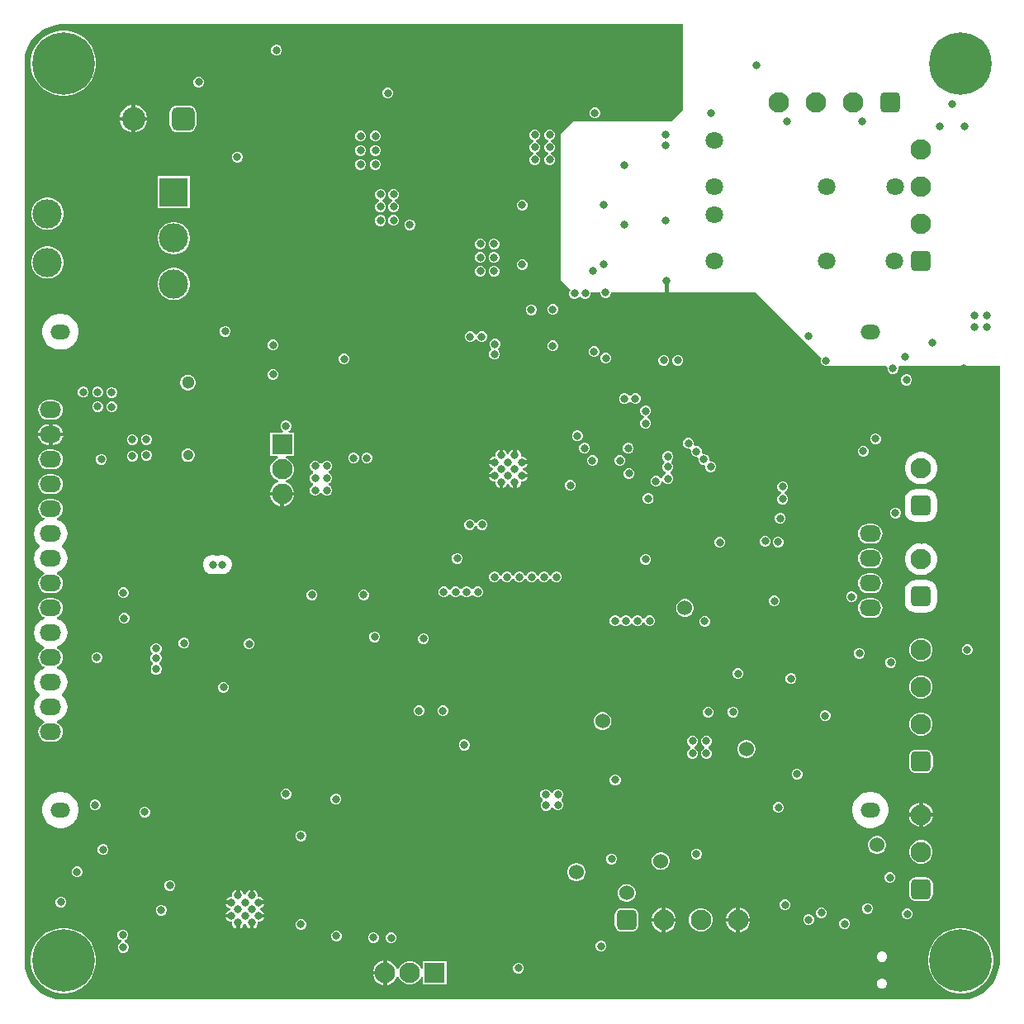
<source format=gbr>
G04*
G04 #@! TF.GenerationSoftware,Altium Limited,Altium Designer,25.1.2 (22)*
G04*
G04 Layer_Physical_Order=2*
G04 Layer_Color=36540*
%FSLAX44Y44*%
%MOMM*%
G71*
G04*
G04 #@! TF.SameCoordinates,54FBF0B5-E2CF-4F3E-8A6F-997AE4EABEE6*
G04*
G04*
G04 #@! TF.FilePolarity,Positive*
G04*
G01*
G75*
%ADD89R,3.0000X3.0000*%
%ADD126C,6.4000*%
%ADD131C,0.3810*%
%ADD136C,2.1000*%
%ADD137R,2.1000X2.1000*%
G04:AMPARAMS|DCode=138|XSize=2.1mm|YSize=2.1mm|CornerRadius=0.525mm|HoleSize=0mm|Usage=FLASHONLY|Rotation=90.000|XOffset=0mm|YOffset=0mm|HoleType=Round|Shape=RoundedRectangle|*
%AMROUNDEDRECTD138*
21,1,2.1000,1.0500,0,0,90.0*
21,1,1.0500,2.1000,0,0,90.0*
1,1,1.0500,0.5250,0.5250*
1,1,1.0500,0.5250,-0.5250*
1,1,1.0500,-0.5250,-0.5250*
1,1,1.0500,-0.5250,0.5250*
%
%ADD138ROUNDEDRECTD138*%
%ADD139C,0.8000*%
%ADD140C,3.0000*%
G04:AMPARAMS|DCode=141|XSize=2.1mm|YSize=2.1mm|CornerRadius=0.525mm|HoleSize=0mm|Usage=FLASHONLY|Rotation=180.000|XOffset=0mm|YOffset=0mm|HoleType=Round|Shape=RoundedRectangle|*
%AMROUNDEDRECTD141*
21,1,2.1000,1.0500,0,0,180.0*
21,1,1.0500,2.1000,0,0,180.0*
1,1,1.0500,-0.5250,0.5250*
1,1,1.0500,0.5250,0.5250*
1,1,1.0500,0.5250,-0.5250*
1,1,1.0500,-0.5250,-0.5250*
%
%ADD141ROUNDEDRECTD141*%
G04:AMPARAMS|DCode=142|XSize=2.4mm|YSize=2.4mm|CornerRadius=0.6mm|HoleSize=0mm|Usage=FLASHONLY|Rotation=180.000|XOffset=0mm|YOffset=0mm|HoleType=Round|Shape=RoundedRectangle|*
%AMROUNDEDRECTD142*
21,1,2.4000,1.2000,0,0,180.0*
21,1,1.2000,2.4000,0,0,180.0*
1,1,1.2000,-0.6000,0.6000*
1,1,1.2000,0.6000,0.6000*
1,1,1.2000,0.6000,-0.6000*
1,1,1.2000,-0.6000,-0.6000*
%
%ADD142ROUNDEDRECTD142*%
%ADD143C,2.4000*%
%ADD144O,2.2000X1.7000*%
%ADD146C,1.8000*%
%ADD148C,1.3000*%
%ADD149C,1.0500*%
%ADD150R,2.1000X2.1000*%
%ADD151C,1.5240*%
%ADD152O,2.0000X1.5000*%
G36*
X675000Y911206D02*
X663051Y900000D01*
X562180D01*
X550000Y887820D01*
Y737526D01*
X559857Y727669D01*
X559317Y727129D01*
X558476Y725099D01*
Y722901D01*
X559317Y720871D01*
X560871Y719317D01*
X562901Y718476D01*
X565099D01*
X567129Y719317D01*
X568283Y720471D01*
X569500Y720710D01*
X570717Y720471D01*
X571871Y719317D01*
X573901Y718476D01*
X576099D01*
X578129Y719317D01*
X579683Y720871D01*
X580524Y722901D01*
Y725000D01*
X590476D01*
Y723901D01*
X591317Y721871D01*
X592871Y720317D01*
X594901Y719476D01*
X597099D01*
X599129Y720317D01*
X600683Y721871D01*
X601524Y723901D01*
Y725000D01*
X750000D01*
X817186Y657814D01*
X816476Y656099D01*
Y653901D01*
X817317Y651871D01*
X818871Y650317D01*
X820901Y649476D01*
X823099D01*
X824814Y650186D01*
X825000Y650000D01*
X883625D01*
X884754Y648310D01*
X884746Y648291D01*
Y646093D01*
X885587Y644063D01*
X887141Y642509D01*
X889171Y641668D01*
X891369D01*
X893399Y642509D01*
X894953Y644063D01*
X895794Y646093D01*
Y648291D01*
X895786Y648310D01*
X896915Y650000D01*
X1000000D01*
Y40000D01*
Y37378D01*
X999316Y32180D01*
X997959Y27115D01*
X995952Y22271D01*
X993330Y17730D01*
X990138Y13570D01*
X986430Y9862D01*
X982271Y6670D01*
X977729Y4048D01*
X972885Y2042D01*
X967820Y684D01*
X962622Y0D01*
X40000D01*
X37378Y-0D01*
X32180Y684D01*
X27115Y2042D01*
X22270Y4048D01*
X17729Y6670D01*
X13570Y9862D01*
X9862Y13570D01*
X6670Y17730D01*
X4048Y22270D01*
X2041Y27115D01*
X684Y32180D01*
X-0Y37378D01*
X0Y40000D01*
Y960000D01*
X-0Y962622D01*
D01*
Y962622D01*
X180Y963990D01*
X684Y967820D01*
X2041Y972885D01*
X4048Y977729D01*
X6670Y982271D01*
X9862Y986430D01*
X13569Y990138D01*
X17729Y993330D01*
X22270Y995952D01*
X27115Y997959D01*
X32180Y999316D01*
X37036Y999955D01*
X37378Y1000000D01*
X37378D01*
D01*
X40000Y1000000D01*
X675000Y1000000D01*
Y911206D01*
D02*
G37*
%LPC*%
G36*
X259671Y978852D02*
X257473D01*
X255443Y978011D01*
X253889Y976457D01*
X253048Y974427D01*
Y972229D01*
X253889Y970199D01*
X255443Y968645D01*
X257473Y967804D01*
X259671D01*
X261701Y968645D01*
X263255Y970199D01*
X264096Y972229D01*
Y974427D01*
X263255Y976457D01*
X261701Y978011D01*
X259671Y978852D01*
D02*
G37*
G36*
X179741Y946340D02*
X177543D01*
X175513Y945499D01*
X173959Y943945D01*
X173118Y941915D01*
Y939717D01*
X173959Y937687D01*
X175513Y936133D01*
X177543Y935292D01*
X179741D01*
X181771Y936133D01*
X183325Y937687D01*
X184166Y939717D01*
Y941915D01*
X183325Y943945D01*
X181771Y945499D01*
X179741Y946340D01*
D02*
G37*
G36*
X42638Y993524D02*
X37362D01*
X32150Y992699D01*
X27131Y991068D01*
X22430Y988672D01*
X18161Y985571D01*
X14429Y981839D01*
X11328Y977570D01*
X8932Y972869D01*
X7301Y967850D01*
X6476Y962638D01*
Y957362D01*
X7301Y952150D01*
X8932Y947131D01*
X11328Y942430D01*
X14429Y938161D01*
X18161Y934429D01*
X22430Y931328D01*
X27131Y928932D01*
X32150Y927301D01*
X37362Y926476D01*
X42638D01*
X47850Y927301D01*
X52869Y928932D01*
X57570Y931328D01*
X61839Y934429D01*
X65571Y938161D01*
X68672Y942430D01*
X71068Y947131D01*
X72698Y952150D01*
X73524Y957362D01*
Y962638D01*
X72698Y967850D01*
X71068Y972869D01*
X68672Y977570D01*
X65571Y981839D01*
X61839Y985571D01*
X57570Y988672D01*
X52869Y991068D01*
X47850Y992699D01*
X42638Y993524D01*
D02*
G37*
G36*
X373797Y934910D02*
X371599D01*
X369569Y934069D01*
X368015Y932515D01*
X367174Y930485D01*
Y928287D01*
X368015Y926257D01*
X369569Y924703D01*
X371599Y923862D01*
X373797D01*
X375827Y924703D01*
X377381Y926257D01*
X378222Y928287D01*
Y930485D01*
X377381Y932515D01*
X375827Y934069D01*
X373797Y934910D01*
D02*
G37*
G36*
X113665Y917119D02*
Y905007D01*
X125777D01*
X124836Y908518D01*
X122988Y911718D01*
X120376Y914330D01*
X117176Y916178D01*
X113665Y917119D01*
D02*
G37*
G36*
X109855D02*
X106344Y916178D01*
X103144Y914330D01*
X100532Y911718D01*
X98684Y908518D01*
X97744Y905007D01*
X109855D01*
Y917119D01*
D02*
G37*
G36*
X586099Y914524D02*
X583901D01*
X581871Y913683D01*
X580317Y912129D01*
X579476Y910099D01*
Y907901D01*
X580317Y905871D01*
X581871Y904317D01*
X583901Y903476D01*
X586099D01*
X588129Y904317D01*
X589683Y905871D01*
X590524Y907901D01*
Y910099D01*
X589683Y912129D01*
X588129Y913683D01*
X586099Y914524D01*
D02*
G37*
G36*
X168560Y916691D02*
X156560D01*
X154596Y916432D01*
X152766Y915674D01*
X151194Y914468D01*
X149988Y912896D01*
X149230Y911066D01*
X148971Y909102D01*
Y897102D01*
X149230Y895138D01*
X149988Y893307D01*
X151194Y891736D01*
X152766Y890530D01*
X154596Y889772D01*
X156560Y889513D01*
X168560D01*
X170524Y889772D01*
X172355Y890530D01*
X173926Y891736D01*
X175132Y893307D01*
X175890Y895138D01*
X176149Y897102D01*
Y909102D01*
X175890Y911066D01*
X175132Y912896D01*
X173926Y914468D01*
X172355Y915674D01*
X170524Y916432D01*
X168560Y916691D01*
D02*
G37*
G36*
X125777Y901197D02*
X113665D01*
Y889085D01*
X117176Y890026D01*
X120376Y891874D01*
X122988Y894486D01*
X124836Y897686D01*
X125777Y901197D01*
D02*
G37*
G36*
X109855D02*
X97743D01*
X98684Y897686D01*
X100532Y894486D01*
X103144Y891874D01*
X106344Y890026D01*
X109855Y889085D01*
Y901197D01*
D02*
G37*
G36*
X361017Y890714D02*
X358819D01*
X356789Y889873D01*
X355235Y888319D01*
X354394Y886289D01*
Y884091D01*
X355235Y882061D01*
X356789Y880507D01*
X358819Y879666D01*
X361017D01*
X363047Y880507D01*
X364601Y882061D01*
X365442Y884091D01*
Y886289D01*
X364601Y888319D01*
X363047Y889873D01*
X361017Y890714D01*
D02*
G37*
G36*
X345857D02*
X343659D01*
X341629Y889873D01*
X340075Y888319D01*
X339234Y886289D01*
Y884091D01*
X340075Y882061D01*
X341629Y880507D01*
X343659Y879666D01*
X345857D01*
X347887Y880507D01*
X349441Y882061D01*
X350282Y884091D01*
Y886289D01*
X349441Y888319D01*
X347887Y889873D01*
X345857Y890714D01*
D02*
G37*
G36*
X361017Y876236D02*
X358819D01*
X356789Y875395D01*
X355235Y873841D01*
X354394Y871811D01*
Y869613D01*
X355235Y867583D01*
X356789Y866029D01*
X358819Y865188D01*
X361017D01*
X363047Y866029D01*
X364601Y867583D01*
X365442Y869613D01*
Y871811D01*
X364601Y873841D01*
X363047Y875395D01*
X361017Y876236D01*
D02*
G37*
G36*
X345777D02*
X343579D01*
X341549Y875395D01*
X339995Y873841D01*
X339154Y871811D01*
Y869613D01*
X339995Y867583D01*
X341549Y866029D01*
X343579Y865188D01*
X345777D01*
X347807Y866029D01*
X349361Y867583D01*
X350202Y869613D01*
Y871811D01*
X349361Y873841D01*
X347807Y875395D01*
X345777Y876236D01*
D02*
G37*
G36*
X219308Y869435D02*
X217111D01*
X215081Y868594D01*
X213527Y867040D01*
X212686Y865010D01*
Y862812D01*
X213527Y860782D01*
X215081Y859228D01*
X217111Y858387D01*
X219308D01*
X221339Y859228D01*
X222893Y860782D01*
X223734Y862812D01*
Y865010D01*
X222893Y867040D01*
X221339Y868594D01*
X219308Y869435D01*
D02*
G37*
G36*
X539579Y891984D02*
X537381D01*
X535351Y891143D01*
X533797Y889589D01*
X532956Y887559D01*
Y885361D01*
X533797Y883331D01*
X535351Y881777D01*
X536837Y881161D01*
Y879059D01*
X535351Y878443D01*
X533797Y876889D01*
X532956Y874859D01*
Y872661D01*
X533797Y870631D01*
X535351Y869077D01*
X536837Y868461D01*
Y866359D01*
X535351Y865743D01*
X533797Y864189D01*
X532956Y862159D01*
Y859961D01*
X533797Y857931D01*
X535351Y856377D01*
X537381Y855536D01*
X539579D01*
X541609Y856377D01*
X543163Y857931D01*
X544004Y859961D01*
Y862159D01*
X543163Y864189D01*
X541609Y865743D01*
X540123Y866359D01*
Y868461D01*
X541609Y869077D01*
X543163Y870631D01*
X544004Y872661D01*
Y874859D01*
X543163Y876889D01*
X541609Y878443D01*
X540123Y879059D01*
Y881161D01*
X541609Y881777D01*
X543163Y883331D01*
X544004Y885361D01*
Y887559D01*
X543163Y889589D01*
X541609Y891143D01*
X539579Y891984D01*
D02*
G37*
G36*
X524339D02*
X522141D01*
X520111Y891143D01*
X518557Y889589D01*
X517716Y887559D01*
Y885361D01*
X518557Y883331D01*
X520111Y881777D01*
X521597Y881161D01*
Y879059D01*
X520111Y878443D01*
X518557Y876889D01*
X517716Y874859D01*
Y872661D01*
X518557Y870631D01*
X520111Y869077D01*
X521597Y868461D01*
Y866359D01*
X520111Y865743D01*
X518557Y864189D01*
X517716Y862159D01*
Y859961D01*
X518557Y857931D01*
X520111Y856377D01*
X522141Y855536D01*
X524339D01*
X526369Y856377D01*
X527923Y857931D01*
X528764Y859961D01*
Y862159D01*
X527923Y864189D01*
X526369Y865743D01*
X524883Y866359D01*
Y868461D01*
X526369Y869077D01*
X527923Y870631D01*
X528764Y872661D01*
Y874859D01*
X527923Y876889D01*
X526369Y878443D01*
X524883Y879059D01*
Y881161D01*
X526369Y881777D01*
X527923Y883331D01*
X528764Y885361D01*
Y887559D01*
X527923Y889589D01*
X526369Y891143D01*
X524339Y891984D01*
D02*
G37*
G36*
X361017Y861758D02*
X358819D01*
X356789Y860917D01*
X355235Y859363D01*
X354394Y857333D01*
Y855135D01*
X355235Y853105D01*
X356789Y851551D01*
X358819Y850710D01*
X361017D01*
X363047Y851551D01*
X364601Y853105D01*
X365442Y855135D01*
Y857333D01*
X364601Y859363D01*
X363047Y860917D01*
X361017Y861758D01*
D02*
G37*
G36*
X345777D02*
X343579D01*
X341549Y860917D01*
X339995Y859363D01*
X339154Y857333D01*
Y855135D01*
X339995Y853105D01*
X341549Y851551D01*
X343579Y850710D01*
X345777D01*
X347807Y851551D01*
X349361Y853105D01*
X350202Y855135D01*
Y857333D01*
X349361Y859363D01*
X347807Y860917D01*
X345777Y861758D01*
D02*
G37*
G36*
X169686Y844226D02*
X136638D01*
Y811178D01*
X169686D01*
Y844226D01*
D02*
G37*
G36*
X511385Y820102D02*
X509187D01*
X507157Y819261D01*
X505603Y817707D01*
X504762Y815677D01*
Y813479D01*
X505603Y811449D01*
X507157Y809895D01*
X509187Y809054D01*
X511385D01*
X513415Y809895D01*
X514969Y811449D01*
X515810Y813479D01*
Y815677D01*
X514969Y817707D01*
X513415Y819261D01*
X511385Y820102D01*
D02*
G37*
G36*
X379559Y831024D02*
X377361D01*
X375331Y830183D01*
X373777Y828629D01*
X372936Y826599D01*
Y824401D01*
X373777Y822371D01*
X375331Y820817D01*
X376817Y820201D01*
Y818099D01*
X375331Y817483D01*
X373777Y815929D01*
X372936Y813899D01*
Y811701D01*
X373777Y809671D01*
X375331Y808117D01*
X377361Y807276D01*
X379559D01*
X381589Y808117D01*
X383143Y809671D01*
X383984Y811701D01*
Y813899D01*
X383143Y815929D01*
X381589Y817483D01*
X380103Y818099D01*
Y820201D01*
X381589Y820817D01*
X383143Y822371D01*
X383984Y824401D01*
Y826599D01*
X383143Y828629D01*
X381589Y830183D01*
X379559Y831024D01*
D02*
G37*
G36*
X366351D02*
X364153D01*
X362123Y830183D01*
X360569Y828629D01*
X359728Y826599D01*
Y824401D01*
X360569Y822371D01*
X362123Y820817D01*
X363609Y820201D01*
Y818099D01*
X362123Y817483D01*
X360569Y815929D01*
X359728Y813899D01*
Y811701D01*
X360569Y809671D01*
X362123Y808117D01*
X364153Y807276D01*
X366351D01*
X368381Y808117D01*
X369935Y809671D01*
X370776Y811701D01*
Y813899D01*
X369935Y815929D01*
X368381Y817483D01*
X366895Y818099D01*
Y820201D01*
X368381Y820817D01*
X369935Y822371D01*
X370776Y824401D01*
Y826599D01*
X369935Y828629D01*
X368381Y830183D01*
X366351Y831024D01*
D02*
G37*
G36*
X379559Y804354D02*
X377361D01*
X375331Y803513D01*
X373777Y801959D01*
X372936Y799929D01*
Y797731D01*
X373777Y795701D01*
X375331Y794147D01*
X377361Y793306D01*
X379559D01*
X381589Y794147D01*
X383143Y795701D01*
X383984Y797731D01*
Y799929D01*
X383143Y801959D01*
X381589Y803513D01*
X379559Y804354D01*
D02*
G37*
G36*
X366351Y804326D02*
X364153D01*
X362123Y803485D01*
X360569Y801931D01*
X359728Y799901D01*
Y797703D01*
X360569Y795673D01*
X362123Y794119D01*
X364153Y793278D01*
X366351D01*
X368381Y794119D01*
X369935Y795673D01*
X370776Y797703D01*
Y799901D01*
X369935Y801931D01*
X368381Y803485D01*
X366351Y804326D01*
D02*
G37*
G36*
X25289Y822226D02*
X22034D01*
X18842Y821591D01*
X15835Y820346D01*
X13129Y818537D01*
X10827Y816236D01*
X9019Y813529D01*
X7773Y810522D01*
X7138Y807330D01*
Y804075D01*
X7773Y800882D01*
X9019Y797875D01*
X10827Y795169D01*
X13129Y792867D01*
X15835Y791059D01*
X18842Y789813D01*
X22034Y789178D01*
X25289D01*
X28482Y789813D01*
X31489Y791059D01*
X34195Y792867D01*
X36497Y795169D01*
X38305Y797875D01*
X39551Y800882D01*
X40186Y804075D01*
Y807330D01*
X39551Y810522D01*
X38305Y813529D01*
X36497Y816236D01*
X34195Y818537D01*
X31489Y820346D01*
X28482Y821591D01*
X25289Y822226D01*
D02*
G37*
G36*
X396099Y800024D02*
X393901D01*
X391871Y799183D01*
X390317Y797629D01*
X389476Y795599D01*
Y793401D01*
X390317Y791371D01*
X391871Y789817D01*
X393901Y788976D01*
X396099D01*
X398129Y789817D01*
X399683Y791371D01*
X400524Y793401D01*
Y795599D01*
X399683Y797629D01*
X398129Y799183D01*
X396099Y800024D01*
D02*
G37*
G36*
X482429Y780224D02*
X480231D01*
X478201Y779383D01*
X476647Y777829D01*
X475806Y775799D01*
Y773601D01*
X476647Y771571D01*
X478201Y770017D01*
X480231Y769176D01*
X482429D01*
X484459Y770017D01*
X486013Y771571D01*
X486854Y773601D01*
Y775799D01*
X486013Y777829D01*
X484459Y779383D01*
X482429Y780224D01*
D02*
G37*
G36*
X468459D02*
X466261D01*
X464231Y779383D01*
X462677Y777829D01*
X461836Y775799D01*
Y773601D01*
X462677Y771571D01*
X464231Y770017D01*
X466261Y769176D01*
X468459D01*
X470489Y770017D01*
X472043Y771571D01*
X472884Y773601D01*
Y775799D01*
X472043Y777829D01*
X470489Y779383D01*
X468459Y780224D01*
D02*
G37*
G36*
X154789Y797226D02*
X151535D01*
X148342Y796591D01*
X145335Y795346D01*
X142629Y793537D01*
X140327Y791236D01*
X138519Y788529D01*
X137273Y785522D01*
X136638Y782330D01*
Y779075D01*
X137273Y775882D01*
X138519Y772875D01*
X140327Y770169D01*
X142629Y767867D01*
X145335Y766059D01*
X148342Y764813D01*
X151535Y764178D01*
X154789D01*
X157982Y764813D01*
X160989Y766059D01*
X163695Y767867D01*
X165997Y770169D01*
X167805Y772875D01*
X169051Y775882D01*
X169686Y779075D01*
Y782330D01*
X169051Y785522D01*
X167805Y788529D01*
X165997Y791236D01*
X163695Y793537D01*
X160989Y795346D01*
X157982Y796591D01*
X154789Y797226D01*
D02*
G37*
G36*
X482429Y766254D02*
X480231D01*
X478201Y765413D01*
X476647Y763859D01*
X475806Y761829D01*
Y759631D01*
X476647Y757601D01*
X478201Y756047D01*
X480231Y755206D01*
X482429D01*
X484459Y756047D01*
X486013Y757601D01*
X486854Y759631D01*
Y761829D01*
X486013Y763859D01*
X484459Y765413D01*
X482429Y766254D01*
D02*
G37*
G36*
X468459D02*
X466261D01*
X464231Y765413D01*
X462677Y763859D01*
X461836Y761829D01*
Y759631D01*
X462677Y757601D01*
X464231Y756047D01*
X466261Y755206D01*
X468459D01*
X470489Y756047D01*
X472043Y757601D01*
X472884Y759631D01*
Y761829D01*
X472043Y763859D01*
X470489Y765413D01*
X468459Y766254D01*
D02*
G37*
G36*
X511385Y759142D02*
X509187D01*
X507157Y758301D01*
X505603Y756747D01*
X504762Y754717D01*
Y752519D01*
X505603Y750489D01*
X507157Y748935D01*
X509187Y748094D01*
X511385D01*
X513415Y748935D01*
X514969Y750489D01*
X515810Y752519D01*
Y754717D01*
X514969Y756747D01*
X513415Y758301D01*
X511385Y759142D01*
D02*
G37*
G36*
X482429Y752284D02*
X480231D01*
X478201Y751443D01*
X476647Y749889D01*
X475806Y747859D01*
Y745661D01*
X476647Y743631D01*
X478201Y742077D01*
X480231Y741236D01*
X482429D01*
X484459Y742077D01*
X486013Y743631D01*
X486854Y745661D01*
Y747859D01*
X486013Y749889D01*
X484459Y751443D01*
X482429Y752284D01*
D02*
G37*
G36*
X468459D02*
X466261D01*
X464231Y751443D01*
X462677Y749889D01*
X461836Y747859D01*
Y745661D01*
X462677Y743631D01*
X464231Y742077D01*
X466261Y741236D01*
X468459D01*
X470489Y742077D01*
X472043Y743631D01*
X472884Y745661D01*
Y747859D01*
X472043Y749889D01*
X470489Y751443D01*
X468459Y752284D01*
D02*
G37*
G36*
X25289Y772226D02*
X22034D01*
X18842Y771591D01*
X15835Y770346D01*
X13129Y768537D01*
X10827Y766236D01*
X9019Y763529D01*
X7773Y760522D01*
X7138Y757330D01*
Y754075D01*
X7773Y750882D01*
X9019Y747875D01*
X10827Y745169D01*
X13129Y742867D01*
X15835Y741059D01*
X18842Y739813D01*
X22034Y739178D01*
X25289D01*
X28482Y739813D01*
X31489Y741059D01*
X34195Y742867D01*
X36497Y745169D01*
X38305Y747875D01*
X39551Y750882D01*
X40186Y754075D01*
Y757330D01*
X39551Y760522D01*
X38305Y763529D01*
X36497Y766236D01*
X34195Y768537D01*
X31489Y770346D01*
X28482Y771591D01*
X25289Y772226D01*
D02*
G37*
G36*
X154789Y750226D02*
X151535D01*
X148342Y749591D01*
X145335Y748346D01*
X142629Y746537D01*
X140327Y744236D01*
X138519Y741529D01*
X137273Y738522D01*
X136638Y735330D01*
Y732075D01*
X137273Y728882D01*
X138519Y725875D01*
X140327Y723169D01*
X142629Y720867D01*
X145335Y719059D01*
X148342Y717813D01*
X151535Y717178D01*
X154789D01*
X157982Y717813D01*
X160989Y719059D01*
X163695Y720867D01*
X165997Y723169D01*
X167805Y725875D01*
X169051Y728882D01*
X169686Y732075D01*
Y735330D01*
X169051Y738522D01*
X167805Y741529D01*
X165997Y744236D01*
X163695Y746537D01*
X160989Y748346D01*
X157982Y749591D01*
X154789Y750226D01*
D02*
G37*
G36*
X542881Y713072D02*
X540683D01*
X538653Y712231D01*
X537099Y710677D01*
X536258Y708647D01*
Y706449D01*
X537099Y704419D01*
X538653Y702865D01*
X540683Y702024D01*
X542881D01*
X544911Y702865D01*
X546465Y704419D01*
X547306Y706449D01*
Y708647D01*
X546465Y710677D01*
X544911Y712231D01*
X542881Y713072D01*
D02*
G37*
G36*
X520761Y712740D02*
X518563D01*
X516533Y711899D01*
X514979Y710345D01*
X514138Y708315D01*
Y706117D01*
X514979Y704087D01*
X516533Y702533D01*
X518563Y701692D01*
X520761D01*
X522791Y702533D01*
X524345Y704087D01*
X525186Y706117D01*
Y708315D01*
X524345Y710345D01*
X522791Y711899D01*
X520761Y712740D01*
D02*
G37*
G36*
X469983Y685228D02*
X467785D01*
X465755Y684387D01*
X464201Y682833D01*
X464015Y682383D01*
X461815D01*
X461629Y682833D01*
X460075Y684387D01*
X458045Y685228D01*
X455847D01*
X453817Y684387D01*
X452263Y682833D01*
X451422Y680803D01*
Y678605D01*
X452263Y676575D01*
X453817Y675021D01*
X455847Y674180D01*
X458045D01*
X460075Y675021D01*
X461629Y676575D01*
X461815Y677025D01*
X464015D01*
X464201Y676575D01*
X465755Y675021D01*
X467785Y674180D01*
X469983D01*
X472013Y675021D01*
X473567Y676575D01*
X474408Y678605D01*
Y680803D01*
X473567Y682833D01*
X472013Y684387D01*
X469983Y685228D01*
D02*
G37*
G36*
X207099Y690774D02*
X204901D01*
X202871Y689933D01*
X201317Y688379D01*
X200476Y686349D01*
Y684151D01*
X201317Y682121D01*
X202871Y680567D01*
X204901Y679726D01*
X207099D01*
X209129Y680567D01*
X210683Y682121D01*
X211524Y684151D01*
Y686349D01*
X210683Y688379D01*
X209129Y689933D01*
X207099Y690774D01*
D02*
G37*
G36*
X38749Y703398D02*
X35099D01*
X31521Y702686D01*
X28150Y701290D01*
X25116Y699262D01*
X22536Y696682D01*
X20508Y693648D01*
X19112Y690277D01*
X18400Y686698D01*
Y683049D01*
X19112Y679471D01*
X20508Y676100D01*
X22536Y673066D01*
X25116Y670486D01*
X28150Y668458D01*
X31521Y667062D01*
X35099Y666350D01*
X38749D01*
X42327Y667062D01*
X45698Y668458D01*
X48732Y670486D01*
X51312Y673066D01*
X53340Y676100D01*
X54736Y679471D01*
X55448Y683049D01*
Y686698D01*
X54736Y690277D01*
X53340Y693648D01*
X51312Y696682D01*
X48732Y699262D01*
X45698Y701290D01*
X42327Y702686D01*
X38749Y703398D01*
D02*
G37*
G36*
X256099Y676524D02*
X253901D01*
X251871Y675683D01*
X250317Y674129D01*
X249476Y672099D01*
Y669901D01*
X250317Y667871D01*
X251871Y666317D01*
X253901Y665476D01*
X256099D01*
X258129Y666317D01*
X259683Y667871D01*
X260524Y669901D01*
Y672099D01*
X259683Y674129D01*
X258129Y675683D01*
X256099Y676524D01*
D02*
G37*
G36*
X542881Y675672D02*
X540683D01*
X538653Y674831D01*
X537099Y673277D01*
X536258Y671247D01*
Y669049D01*
X537099Y667019D01*
X538653Y665465D01*
X540683Y664624D01*
X542881D01*
X544911Y665465D01*
X546465Y667019D01*
X547306Y669049D01*
Y671247D01*
X546465Y673277D01*
X544911Y674831D01*
X542881Y675672D01*
D02*
G37*
G36*
X585045Y669798D02*
X582847D01*
X580817Y668957D01*
X579263Y667403D01*
X578422Y665373D01*
Y663175D01*
X579263Y661145D01*
X580817Y659591D01*
X582847Y658750D01*
X585045D01*
X587075Y659591D01*
X588629Y661145D01*
X589470Y663175D01*
Y665373D01*
X588629Y667403D01*
X587075Y668957D01*
X585045Y669798D01*
D02*
G37*
G36*
X483445Y677608D02*
X481247D01*
X479217Y676767D01*
X477663Y675213D01*
X476822Y673183D01*
Y670985D01*
X477663Y668955D01*
X478300Y668318D01*
X478780Y666653D01*
X478238Y665725D01*
X477313Y664799D01*
X476472Y662769D01*
Y660571D01*
X477313Y658541D01*
X478867Y656987D01*
X480897Y656146D01*
X483095D01*
X485125Y656987D01*
X486679Y658541D01*
X487520Y660571D01*
Y662769D01*
X486679Y664799D01*
X486042Y665436D01*
X485562Y667101D01*
X486104Y668029D01*
X487029Y668955D01*
X487870Y670985D01*
Y673183D01*
X487029Y675213D01*
X485475Y676767D01*
X483445Y677608D01*
D02*
G37*
G36*
X597369Y663130D02*
X595171D01*
X593141Y662289D01*
X591587Y660735D01*
X590746Y658705D01*
Y656507D01*
X591587Y654477D01*
X593141Y652923D01*
X595171Y652082D01*
X597369D01*
X599399Y652923D01*
X600953Y654477D01*
X601794Y656507D01*
Y658705D01*
X600953Y660735D01*
X599399Y662289D01*
X597369Y663130D01*
D02*
G37*
G36*
X328849Y662274D02*
X326651D01*
X324621Y661433D01*
X323067Y659879D01*
X322226Y657849D01*
Y655651D01*
X323067Y653621D01*
X324621Y652067D01*
X326651Y651226D01*
X328849D01*
X330879Y652067D01*
X332433Y653621D01*
X333274Y655651D01*
Y657849D01*
X332433Y659879D01*
X330879Y661433D01*
X328849Y662274D01*
D02*
G37*
G36*
X671151Y660844D02*
X668953D01*
X666923Y660003D01*
X665369Y658449D01*
X664528Y656419D01*
Y654221D01*
X665369Y652191D01*
X666923Y650637D01*
X668953Y649796D01*
X671151D01*
X673181Y650637D01*
X674735Y652191D01*
X675576Y654221D01*
Y656419D01*
X674735Y658449D01*
X673181Y660003D01*
X671151Y660844D01*
D02*
G37*
G36*
X656673D02*
X654475D01*
X652445Y660003D01*
X650891Y658449D01*
X650050Y656419D01*
Y654221D01*
X650891Y652191D01*
X652445Y650637D01*
X654475Y649796D01*
X656673D01*
X658703Y650637D01*
X660257Y652191D01*
X661098Y654221D01*
Y656419D01*
X660257Y658449D01*
X658703Y660003D01*
X656673Y660844D01*
D02*
G37*
G36*
X256099Y646524D02*
X253901D01*
X251871Y645683D01*
X250317Y644129D01*
X249476Y642099D01*
Y639901D01*
X250317Y637871D01*
X251871Y636317D01*
X253901Y635476D01*
X256099D01*
X258129Y636317D01*
X259683Y637871D01*
X260524Y639901D01*
Y642099D01*
X259683Y644129D01*
X258129Y645683D01*
X256099Y646524D01*
D02*
G37*
G36*
X905593Y640910D02*
X903395D01*
X901365Y640070D01*
X899811Y638516D01*
X898970Y636485D01*
Y634288D01*
X899811Y632257D01*
X901365Y630703D01*
X903395Y629863D01*
X905593D01*
X907623Y630703D01*
X909177Y632257D01*
X910018Y634288D01*
Y636485D01*
X909177Y638516D01*
X907623Y640070D01*
X905593Y640910D01*
D02*
G37*
G36*
X168696Y640650D02*
X166584D01*
X164543Y640103D01*
X162713Y639047D01*
X161219Y637553D01*
X160163Y635723D01*
X159616Y633682D01*
Y631570D01*
X160163Y629529D01*
X161219Y627699D01*
X162713Y626205D01*
X164543Y625149D01*
X166584Y624602D01*
X168696D01*
X170737Y625149D01*
X172567Y626205D01*
X174061Y627699D01*
X175117Y629529D01*
X175664Y631570D01*
Y633682D01*
X175117Y635723D01*
X174061Y637553D01*
X172567Y639047D01*
X170737Y640103D01*
X168696Y640650D01*
D02*
G37*
G36*
X627463Y621728D02*
X625265D01*
X623235Y620887D01*
X621882Y619534D01*
X621106Y619359D01*
X619521Y619429D01*
X618317Y620633D01*
X616287Y621474D01*
X614089D01*
X612059Y620633D01*
X610505Y619079D01*
X609664Y617049D01*
Y614851D01*
X610505Y612821D01*
X612059Y611267D01*
X614089Y610426D01*
X616287D01*
X618317Y611267D01*
X619670Y612620D01*
X620446Y612795D01*
X622031Y612725D01*
X623235Y611521D01*
X625265Y610680D01*
X627463D01*
X629493Y611521D01*
X631047Y613075D01*
X631888Y615105D01*
Y617303D01*
X631047Y619333D01*
X629493Y620887D01*
X627463Y621728D01*
D02*
G37*
G36*
X76029Y628332D02*
X73831D01*
X71801Y627491D01*
X70247Y625937D01*
X69406Y623907D01*
Y621709D01*
X70247Y619679D01*
X71801Y618125D01*
X73831Y617284D01*
X76029D01*
X78059Y618125D01*
X79613Y619679D01*
X80454Y621709D01*
Y623907D01*
X79613Y625937D01*
X78059Y627491D01*
X76029Y628332D01*
D02*
G37*
G36*
X61551D02*
X59353D01*
X57323Y627491D01*
X55769Y625937D01*
X54928Y623907D01*
Y621709D01*
X55769Y619679D01*
X57323Y618125D01*
X59353Y617284D01*
X61551D01*
X63581Y618125D01*
X65135Y619679D01*
X65976Y621709D01*
Y623907D01*
X65135Y625937D01*
X63581Y627491D01*
X61551Y628332D01*
D02*
G37*
G36*
X90507Y628078D02*
X88309D01*
X86279Y627237D01*
X84725Y625683D01*
X83884Y623653D01*
Y621455D01*
X84725Y619425D01*
X86279Y617871D01*
X88309Y617030D01*
X90507D01*
X92537Y617871D01*
X94091Y619425D01*
X94932Y621455D01*
Y623653D01*
X94091Y625683D01*
X92537Y627237D01*
X90507Y628078D01*
D02*
G37*
G36*
X76029Y613600D02*
X73831D01*
X71801Y612759D01*
X70247Y611205D01*
X69406Y609175D01*
Y606977D01*
X70247Y604947D01*
X71801Y603393D01*
X73831Y602552D01*
X76029D01*
X78059Y603393D01*
X79613Y604947D01*
X80454Y606977D01*
Y609175D01*
X79613Y611205D01*
X78059Y612759D01*
X76029Y613600D01*
D02*
G37*
G36*
X90761Y613346D02*
X88563D01*
X86533Y612505D01*
X84979Y610951D01*
X84138Y608921D01*
Y606723D01*
X84979Y604693D01*
X86533Y603139D01*
X88563Y602298D01*
X90761D01*
X92791Y603139D01*
X94345Y604693D01*
X95186Y606723D01*
Y608921D01*
X94345Y610951D01*
X92791Y612505D01*
X90761Y613346D01*
D02*
G37*
G36*
X29424Y614884D02*
X24424D01*
X21807Y614540D01*
X19369Y613530D01*
X17275Y611923D01*
X15668Y609829D01*
X14658Y607391D01*
X14313Y604774D01*
X14658Y602157D01*
X15668Y599719D01*
X17275Y597625D01*
X19369Y596018D01*
X21807Y595008D01*
X24424Y594664D01*
X29424D01*
X32041Y595008D01*
X34479Y596018D01*
X36573Y597625D01*
X38180Y599719D01*
X39190Y602157D01*
X39534Y604774D01*
X39190Y607391D01*
X38180Y609829D01*
X36573Y611923D01*
X34479Y613530D01*
X32041Y614540D01*
X29424Y614884D01*
D02*
G37*
G36*
X638131Y609028D02*
X635933D01*
X633903Y608187D01*
X632349Y606633D01*
X631508Y604603D01*
Y602405D01*
X632349Y600375D01*
X633903Y598821D01*
X635389Y598205D01*
Y596103D01*
X633903Y595487D01*
X632349Y593933D01*
X631508Y591903D01*
Y589705D01*
X632349Y587675D01*
X633903Y586121D01*
X635933Y585280D01*
X638131D01*
X640161Y586121D01*
X641715Y587675D01*
X642556Y589705D01*
Y591903D01*
X641715Y593933D01*
X640161Y595487D01*
X638675Y596103D01*
Y598205D01*
X640161Y598821D01*
X641715Y600375D01*
X642556Y602405D01*
Y604603D01*
X641715Y606633D01*
X640161Y608187D01*
X638131Y609028D01*
D02*
G37*
G36*
X29424Y589997D02*
X28829D01*
Y581279D01*
X39796D01*
X39685Y582123D01*
X38624Y584685D01*
X36936Y586885D01*
X34736Y588574D01*
X32173Y589635D01*
X29424Y589997D01*
D02*
G37*
G36*
X25019D02*
X24424D01*
X21675Y589635D01*
X19112Y588574D01*
X16912Y586885D01*
X15224Y584685D01*
X14163Y582123D01*
X14052Y581279D01*
X25019D01*
Y589997D01*
D02*
G37*
G36*
X568027Y583374D02*
X565829D01*
X563799Y582533D01*
X562245Y580979D01*
X561404Y578949D01*
Y576751D01*
X562245Y574721D01*
X563799Y573167D01*
X565829Y572326D01*
X568027D01*
X570057Y573167D01*
X571611Y574721D01*
X572452Y576751D01*
Y578949D01*
X571611Y580979D01*
X570057Y582533D01*
X568027Y583374D01*
D02*
G37*
G36*
X873589Y580580D02*
X871391D01*
X869361Y579739D01*
X867807Y578185D01*
X866966Y576155D01*
Y573957D01*
X867807Y571927D01*
X869361Y570373D01*
X871391Y569532D01*
X873589D01*
X875619Y570373D01*
X877173Y571927D01*
X878014Y573957D01*
Y576155D01*
X877173Y578185D01*
X875619Y579739D01*
X873589Y580580D01*
D02*
G37*
G36*
X126067Y579818D02*
X123869D01*
X121839Y578977D01*
X120285Y577423D01*
X119444Y575393D01*
Y573195D01*
X120285Y571165D01*
X121839Y569611D01*
X123869Y568770D01*
X126067D01*
X128097Y569611D01*
X129651Y571165D01*
X130492Y573195D01*
Y575393D01*
X129651Y577423D01*
X128097Y578977D01*
X126067Y579818D01*
D02*
G37*
G36*
X39796Y577469D02*
X28829D01*
Y568751D01*
X29424D01*
X32173Y569113D01*
X34736Y570174D01*
X36936Y571862D01*
X38624Y574063D01*
X39685Y576625D01*
X39796Y577469D01*
D02*
G37*
G36*
X25019D02*
X14052D01*
X14163Y576625D01*
X15224Y574063D01*
X16912Y571862D01*
X19112Y570174D01*
X21675Y569113D01*
X24424Y568751D01*
X25019D01*
Y577469D01*
D02*
G37*
G36*
X111589Y579564D02*
X109391D01*
X107361Y578723D01*
X105807Y577169D01*
X104966Y575139D01*
Y572941D01*
X105807Y570911D01*
X107361Y569357D01*
X109391Y568516D01*
X111589D01*
X113619Y569357D01*
X115173Y570911D01*
X116014Y572941D01*
Y575139D01*
X115173Y577169D01*
X113619Y578723D01*
X111589Y579564D01*
D02*
G37*
G36*
X575393Y570928D02*
X573195D01*
X571165Y570087D01*
X569611Y568533D01*
X568770Y566503D01*
Y564305D01*
X569611Y562275D01*
X571165Y560721D01*
X573195Y559880D01*
X575393D01*
X577423Y560721D01*
X578977Y562275D01*
X579818Y564305D01*
Y566503D01*
X578977Y568533D01*
X577423Y570087D01*
X575393Y570928D01*
D02*
G37*
G36*
X620351Y570674D02*
X618153D01*
X616123Y569833D01*
X614569Y568279D01*
X613728Y566249D01*
Y564051D01*
X614569Y562021D01*
X616123Y560467D01*
X618153Y559626D01*
X620351D01*
X622381Y560467D01*
X623935Y562021D01*
X624776Y564051D01*
Y566249D01*
X623935Y568279D01*
X622381Y569833D01*
X620351Y570674D01*
D02*
G37*
G36*
X500965Y563778D02*
X499453Y563152D01*
X497756Y561455D01*
X496838Y559238D01*
X494902D01*
X493984Y561455D01*
X492287Y563152D01*
X490775Y563778D01*
Y558038D01*
X486965D01*
Y563778D01*
X485453Y563152D01*
X483756Y561455D01*
X482838Y559238D01*
Y557070D01*
X480670D01*
X478453Y556152D01*
X476756Y554455D01*
X476130Y552943D01*
X481870D01*
Y549133D01*
X476130D01*
X476756Y547621D01*
X478453Y545924D01*
X480670Y545006D01*
Y543070D01*
X478453Y542152D01*
X476756Y540455D01*
X476130Y538943D01*
X481870D01*
Y535133D01*
X476130D01*
X476756Y533621D01*
X478453Y531924D01*
X480670Y531006D01*
X482838D01*
Y528838D01*
X483756Y526621D01*
X485453Y524924D01*
X486965Y524298D01*
Y530038D01*
X490775D01*
Y524298D01*
X492287Y524924D01*
X493984Y526621D01*
X494902Y528838D01*
X496838D01*
X497756Y526621D01*
X499453Y524924D01*
X500965Y524298D01*
Y530038D01*
X504775D01*
Y524298D01*
X506287Y524924D01*
X507984Y526621D01*
X508902Y528838D01*
Y531006D01*
X511070D01*
X513287Y531924D01*
X514984Y533621D01*
X515610Y535133D01*
X509870D01*
Y538943D01*
X515610D01*
X514984Y540455D01*
X513287Y542152D01*
X511070Y543070D01*
Y545006D01*
X513287Y545924D01*
X514984Y547621D01*
X515610Y549133D01*
X509870D01*
Y552943D01*
X515610D01*
X514984Y554455D01*
X513287Y556152D01*
X511070Y557070D01*
X508902D01*
Y559238D01*
X507984Y561455D01*
X506287Y563152D01*
X504775Y563778D01*
Y558038D01*
X500965D01*
Y563778D01*
D02*
G37*
G36*
X861143Y567880D02*
X858945D01*
X856915Y567039D01*
X855361Y565485D01*
X854520Y563455D01*
Y561257D01*
X855361Y559227D01*
X856915Y557673D01*
X858945Y556832D01*
X861143D01*
X863173Y557673D01*
X864727Y559227D01*
X865568Y561257D01*
Y563455D01*
X864727Y565485D01*
X863173Y567039D01*
X861143Y567880D01*
D02*
G37*
G36*
X126067Y563816D02*
X123869D01*
X121839Y562975D01*
X120285Y561421D01*
X119444Y559391D01*
Y557193D01*
X120285Y555163D01*
X121839Y553609D01*
X123869Y552768D01*
X126067D01*
X128097Y553609D01*
X129651Y555163D01*
X130492Y557193D01*
Y559391D01*
X129651Y561421D01*
X128097Y562975D01*
X126067Y563816D01*
D02*
G37*
G36*
X111589Y562800D02*
X109391D01*
X107361Y561959D01*
X105807Y560405D01*
X104966Y558375D01*
Y556177D01*
X105807Y554147D01*
X107361Y552593D01*
X109391Y551752D01*
X111589D01*
X113619Y552593D01*
X115173Y554147D01*
X116014Y556177D01*
Y558375D01*
X115173Y560405D01*
X113619Y561959D01*
X111589Y562800D01*
D02*
G37*
G36*
X168532Y564900D02*
X166748D01*
X165025Y564438D01*
X163481Y563546D01*
X162220Y562285D01*
X161328Y560741D01*
X160866Y559018D01*
Y557234D01*
X161328Y555511D01*
X162220Y553967D01*
X163481Y552705D01*
X165025Y551814D01*
X166748Y551352D01*
X168532D01*
X170255Y551814D01*
X171799Y552705D01*
X173060Y553967D01*
X173952Y555511D01*
X174414Y557234D01*
Y559018D01*
X173952Y560741D01*
X173060Y562285D01*
X171799Y563546D01*
X170255Y564438D01*
X168532Y564900D01*
D02*
G37*
G36*
X311233Y552640D02*
X309035D01*
X307005Y551799D01*
X305451Y550245D01*
X305265Y549795D01*
X303065D01*
X302879Y550245D01*
X301325Y551799D01*
X299295Y552640D01*
X297097D01*
X295067Y551799D01*
X293513Y550245D01*
X292672Y548215D01*
Y546017D01*
X293513Y543987D01*
X295067Y542433D01*
X296283Y541929D01*
Y539730D01*
X295067Y539226D01*
X293513Y537672D01*
X292672Y535642D01*
Y533444D01*
X293513Y531414D01*
X295067Y529860D01*
X296283Y529356D01*
Y527157D01*
X295067Y526653D01*
X293513Y525099D01*
X292672Y523069D01*
Y520871D01*
X293513Y518841D01*
X295067Y517287D01*
X297097Y516446D01*
X299295D01*
X301325Y517287D01*
X302879Y518841D01*
X303065Y519291D01*
X305265D01*
X305451Y518841D01*
X307005Y517287D01*
X309035Y516446D01*
X311233D01*
X313263Y517287D01*
X314817Y518841D01*
X315658Y520871D01*
Y523069D01*
X314817Y525099D01*
X313263Y526653D01*
X312047Y527157D01*
Y529356D01*
X313263Y529860D01*
X314817Y531414D01*
X315658Y533444D01*
Y535642D01*
X314817Y537672D01*
X313263Y539226D01*
X312047Y539730D01*
Y541929D01*
X313263Y542433D01*
X314817Y543987D01*
X315658Y546017D01*
Y548215D01*
X314817Y550245D01*
X313263Y551799D01*
X311233Y552640D01*
D02*
G37*
G36*
X352127Y560768D02*
X349929D01*
X347899Y559927D01*
X346345Y558373D01*
X345504Y556343D01*
Y554145D01*
X346345Y552115D01*
X347899Y550561D01*
X349929Y549720D01*
X352127D01*
X354157Y550561D01*
X355711Y552115D01*
X356552Y554145D01*
Y556343D01*
X355711Y558373D01*
X354157Y559927D01*
X352127Y560768D01*
D02*
G37*
G36*
X338569D02*
X336371D01*
X334341Y559927D01*
X332787Y558373D01*
X331946Y556343D01*
Y554145D01*
X332787Y552115D01*
X334341Y550561D01*
X336371Y549720D01*
X338569D01*
X340599Y550561D01*
X342153Y552115D01*
X342994Y554145D01*
Y556343D01*
X342153Y558373D01*
X340599Y559927D01*
X338569Y560768D01*
D02*
G37*
G36*
X80073Y559498D02*
X77875D01*
X75845Y558657D01*
X74291Y557103D01*
X73450Y555073D01*
Y552875D01*
X74291Y550845D01*
X75845Y549291D01*
X77875Y548450D01*
X80073D01*
X82103Y549291D01*
X83657Y550845D01*
X84498Y552875D01*
Y555073D01*
X83657Y557103D01*
X82103Y558657D01*
X80073Y559498D01*
D02*
G37*
G36*
X611731Y558212D02*
X609533D01*
X607503Y557371D01*
X605949Y555817D01*
X605108Y553787D01*
Y551589D01*
X605949Y549559D01*
X607503Y548005D01*
X609533Y547164D01*
X611731D01*
X613761Y548005D01*
X615315Y549559D01*
X616156Y551589D01*
Y553787D01*
X615315Y555817D01*
X613761Y557371D01*
X611731Y558212D01*
D02*
G37*
G36*
X583521D02*
X581323D01*
X579293Y557371D01*
X577739Y555817D01*
X576898Y553787D01*
Y551589D01*
X577739Y549559D01*
X579293Y548005D01*
X581323Y547164D01*
X583521D01*
X585551Y548005D01*
X587105Y549559D01*
X587946Y551589D01*
Y553787D01*
X587105Y555817D01*
X585551Y557371D01*
X583521Y558212D01*
D02*
G37*
G36*
X29424Y564085D02*
X24424D01*
X21807Y563740D01*
X19369Y562730D01*
X17275Y561123D01*
X15668Y559029D01*
X14658Y556591D01*
X14313Y553974D01*
X14658Y551357D01*
X15668Y548919D01*
X17275Y546825D01*
X19369Y545218D01*
X21807Y544208D01*
X24424Y543863D01*
X29424D01*
X32041Y544208D01*
X34479Y545218D01*
X36573Y546825D01*
X38180Y548919D01*
X39190Y551357D01*
X39534Y553974D01*
X39190Y556591D01*
X38180Y559029D01*
X36573Y561123D01*
X34479Y562730D01*
X32041Y563740D01*
X29424Y564085D01*
D02*
G37*
G36*
X681819Y575754D02*
X679621D01*
X677591Y574913D01*
X676037Y573359D01*
X675196Y571329D01*
Y569131D01*
X676037Y567101D01*
X677591Y565547D01*
X679621Y564706D01*
X681819D01*
X682040Y564798D01*
X683595Y563242D01*
X683578Y563201D01*
Y561003D01*
X684419Y558973D01*
X685973Y557419D01*
X688003Y556578D01*
X689368D01*
X690707Y555299D01*
X690944Y554701D01*
Y552875D01*
X691785Y550845D01*
X693339Y549291D01*
X695369Y548450D01*
X696331D01*
X697792Y547738D01*
X698161Y546573D01*
Y545360D01*
X699002Y543330D01*
X700556Y541776D01*
X702586Y540935D01*
X704784D01*
X706814Y541776D01*
X708368Y543330D01*
X709209Y545360D01*
Y547558D01*
X708368Y549588D01*
X706814Y551142D01*
X704784Y551983D01*
X703822D01*
X702361Y552695D01*
X701992Y553860D01*
Y555073D01*
X701151Y557103D01*
X699597Y558657D01*
X697567Y559498D01*
X696202D01*
X694863Y560777D01*
X694626Y561375D01*
Y563201D01*
X693785Y565231D01*
X692231Y566785D01*
X690201Y567626D01*
X688003D01*
X687782Y567534D01*
X686227Y569090D01*
X686244Y569131D01*
Y571329D01*
X685403Y573359D01*
X683849Y574913D01*
X681819Y575754D01*
D02*
G37*
G36*
X660988Y562292D02*
X658790D01*
X656760Y561451D01*
X655206Y559897D01*
X654365Y557867D01*
Y555669D01*
X655206Y553639D01*
X656125Y552720D01*
X656547Y551434D01*
X656125Y550148D01*
X655206Y549229D01*
X654365Y547199D01*
Y545001D01*
X655206Y542971D01*
X656760Y541417D01*
X657353Y541171D01*
Y538972D01*
X656760Y538727D01*
X655206Y537173D01*
X654365Y535142D01*
Y534408D01*
X652333Y534004D01*
X652129Y534497D01*
X650575Y536051D01*
X648545Y536892D01*
X646347D01*
X644317Y536051D01*
X642763Y534497D01*
X641922Y532467D01*
Y530269D01*
X642763Y528239D01*
X644317Y526685D01*
X646347Y525844D01*
X648545D01*
X650575Y526685D01*
X652129Y528239D01*
X652970Y530269D01*
Y531003D01*
X655002Y531407D01*
X655206Y530914D01*
X656760Y529361D01*
X658790Y528520D01*
X660988D01*
X663018Y529361D01*
X664572Y530914D01*
X665413Y532945D01*
Y535142D01*
X664572Y537173D01*
X663018Y538727D01*
X662426Y538972D01*
Y541171D01*
X663018Y541417D01*
X664572Y542971D01*
X665413Y545001D01*
Y547199D01*
X664572Y549229D01*
X663653Y550148D01*
X663232Y551434D01*
X663653Y552720D01*
X664572Y553639D01*
X665413Y555669D01*
Y557867D01*
X664572Y559897D01*
X663018Y561451D01*
X660988Y562292D01*
D02*
G37*
G36*
X620859Y545020D02*
X618661D01*
X616631Y544179D01*
X615077Y542625D01*
X614236Y540595D01*
Y538397D01*
X615077Y536367D01*
X616631Y534813D01*
X618661Y533972D01*
X620859D01*
X622889Y534813D01*
X624443Y536367D01*
X625284Y538397D01*
Y540595D01*
X624443Y542625D01*
X622889Y544179D01*
X620859Y545020D01*
D02*
G37*
G36*
X920871Y561376D02*
X917621D01*
X914433Y560742D01*
X911431Y559498D01*
X908728Y557693D01*
X906430Y555394D01*
X904624Y552692D01*
X903380Y549689D01*
X902746Y546501D01*
Y543251D01*
X903380Y540063D01*
X904624Y537061D01*
X906430Y534358D01*
X908728Y532060D01*
X911431Y530254D01*
X914433Y529010D01*
X917621Y528376D01*
X920871D01*
X924059Y529010D01*
X927062Y530254D01*
X929764Y532060D01*
X932063Y534358D01*
X933868Y537061D01*
X935112Y540063D01*
X935746Y543251D01*
Y546501D01*
X935112Y549689D01*
X933868Y552692D01*
X932063Y555394D01*
X929764Y557693D01*
X927062Y559498D01*
X924059Y560742D01*
X920871Y561376D01*
D02*
G37*
G36*
X560915Y532812D02*
X558717D01*
X556687Y531971D01*
X555133Y530417D01*
X554292Y528387D01*
Y526189D01*
X555133Y524159D01*
X556687Y522605D01*
X558717Y521764D01*
X560915D01*
X562945Y522605D01*
X564499Y524159D01*
X565340Y526189D01*
Y528387D01*
X564499Y530417D01*
X562945Y531971D01*
X560915Y532812D01*
D02*
G37*
G36*
X269099Y593524D02*
X266901D01*
X264871Y592683D01*
X263317Y591129D01*
X262476Y589099D01*
Y586901D01*
X263317Y584871D01*
X264871Y583317D01*
X265139Y583206D01*
X264735Y581174D01*
X252136D01*
Y557126D01*
X259772D01*
X260039Y555094D01*
X259519Y554955D01*
X256777Y553372D01*
X254538Y551133D01*
X252955Y548391D01*
X252136Y545333D01*
Y542167D01*
X252955Y539109D01*
X254538Y536367D01*
X256777Y534128D01*
X259519Y532545D01*
X260193Y532365D01*
Y530261D01*
X259323Y530028D01*
X256465Y528378D01*
X254132Y526045D01*
X252482Y523187D01*
X251696Y520255D01*
X264160D01*
X276624D01*
X275838Y523187D01*
X274188Y526045D01*
X271855Y528378D01*
X268997Y530028D01*
X268127Y530261D01*
Y532365D01*
X268801Y532545D01*
X271543Y534128D01*
X273782Y536367D01*
X275364Y539109D01*
X276184Y542167D01*
Y545333D01*
X275364Y548391D01*
X273782Y551133D01*
X271543Y553372D01*
X268801Y554955D01*
X268281Y555094D01*
X268548Y557126D01*
X276184D01*
Y581174D01*
X271265D01*
X270861Y583206D01*
X271129Y583317D01*
X272683Y584871D01*
X273524Y586901D01*
Y589099D01*
X272683Y591129D01*
X271129Y592683D01*
X269099Y593524D01*
D02*
G37*
G36*
X29424Y538685D02*
X24424D01*
X21807Y538340D01*
X19369Y537330D01*
X17275Y535723D01*
X15668Y533629D01*
X14658Y531191D01*
X14313Y528574D01*
X14658Y525957D01*
X15668Y523519D01*
X17275Y521425D01*
X19369Y519818D01*
X21807Y518808D01*
X24424Y518464D01*
X29424D01*
X32041Y518808D01*
X34479Y519818D01*
X36573Y521425D01*
X38180Y523519D01*
X39190Y525957D01*
X39534Y528574D01*
X39190Y531191D01*
X38180Y533629D01*
X36573Y535723D01*
X34479Y537330D01*
X32041Y538340D01*
X29424Y538685D01*
D02*
G37*
G36*
X640701Y519380D02*
X638503D01*
X636473Y518539D01*
X634919Y516985D01*
X634078Y514955D01*
Y512757D01*
X634919Y510727D01*
X636473Y509173D01*
X638503Y508332D01*
X640701D01*
X642731Y509173D01*
X644285Y510727D01*
X645126Y512757D01*
Y514955D01*
X644285Y516985D01*
X642731Y518539D01*
X640701Y519380D01*
D02*
G37*
G36*
X778575Y531304D02*
X776377D01*
X774347Y530463D01*
X772793Y528909D01*
X771952Y526879D01*
Y524681D01*
X772793Y522651D01*
X774347Y521097D01*
X775833Y520481D01*
Y518379D01*
X774347Y517763D01*
X772793Y516209D01*
X771952Y514179D01*
Y511981D01*
X772793Y509951D01*
X774347Y508397D01*
X776377Y507556D01*
X778575D01*
X780605Y508397D01*
X782159Y509951D01*
X783000Y511981D01*
Y514179D01*
X782159Y516209D01*
X780605Y517763D01*
X779118Y518379D01*
Y520481D01*
X780605Y521097D01*
X782159Y522651D01*
X783000Y524681D01*
Y526879D01*
X782159Y528909D01*
X780605Y530463D01*
X778575Y531304D01*
D02*
G37*
G36*
X276624Y516445D02*
X266065D01*
Y505886D01*
X268997Y506672D01*
X271855Y508322D01*
X274188Y510655D01*
X275838Y513513D01*
X276624Y516445D01*
D02*
G37*
G36*
X262255D02*
X251696D01*
X252482Y513513D01*
X254132Y510655D01*
X256465Y508322D01*
X259323Y506672D01*
X262255Y505886D01*
Y516445D01*
D02*
G37*
G36*
X894099Y504524D02*
X891901D01*
X889871Y503683D01*
X888317Y502129D01*
X887476Y500099D01*
Y497901D01*
X888317Y495871D01*
X889871Y494317D01*
X891901Y493476D01*
X894099D01*
X896129Y494317D01*
X897683Y495871D01*
X898524Y497901D01*
Y500099D01*
X897683Y502129D01*
X896129Y503683D01*
X894099Y504524D01*
D02*
G37*
G36*
X924496Y523373D02*
X913996D01*
X911059Y522987D01*
X908323Y521853D01*
X905973Y520050D01*
X904169Y517700D01*
X903036Y514963D01*
X902649Y512026D01*
Y501526D01*
X903036Y498589D01*
X904169Y495853D01*
X905973Y493503D01*
X908323Y491699D01*
X911059Y490566D01*
X913996Y490179D01*
X924496D01*
X927433Y490566D01*
X930170Y491699D01*
X932520Y493503D01*
X934323Y495853D01*
X935457Y498589D01*
X935843Y501526D01*
Y512026D01*
X935457Y514963D01*
X934323Y517700D01*
X932520Y520050D01*
X930170Y521853D01*
X927433Y522987D01*
X924496Y523373D01*
D02*
G37*
G36*
X470395Y492442D02*
X468197D01*
X466167Y491601D01*
X464613Y490047D01*
X463997Y488561D01*
X461895D01*
X461279Y490047D01*
X459725Y491601D01*
X457695Y492442D01*
X455497D01*
X453467Y491601D01*
X451913Y490047D01*
X451072Y488017D01*
Y485819D01*
X451913Y483789D01*
X453467Y482235D01*
X455497Y481394D01*
X457695D01*
X459725Y482235D01*
X461279Y483789D01*
X461895Y485275D01*
X463997D01*
X464613Y483789D01*
X466167Y482235D01*
X468197Y481394D01*
X470395D01*
X472425Y482235D01*
X473979Y483789D01*
X474820Y485819D01*
Y488017D01*
X473979Y490047D01*
X472425Y491601D01*
X470395Y492442D01*
D02*
G37*
G36*
X776053Y499046D02*
X773855D01*
X771825Y498205D01*
X770271Y496651D01*
X769430Y494621D01*
Y492423D01*
X770271Y490393D01*
X771825Y488839D01*
X773855Y487998D01*
X776053D01*
X778083Y488839D01*
X779637Y490393D01*
X780478Y492423D01*
Y494621D01*
X779637Y496651D01*
X778083Y498205D01*
X776053Y499046D01*
D02*
G37*
G36*
X869724Y487785D02*
X864724D01*
X862107Y487440D01*
X859669Y486430D01*
X857575Y484823D01*
X855968Y482729D01*
X854958Y480291D01*
X854613Y477674D01*
X854958Y475057D01*
X855968Y472619D01*
X857575Y470525D01*
X859669Y468918D01*
X862107Y467908D01*
X864724Y467564D01*
X869724D01*
X872341Y467908D01*
X874779Y468918D01*
X876873Y470525D01*
X878480Y472619D01*
X879490Y475057D01*
X879835Y477674D01*
X879490Y480291D01*
X878480Y482729D01*
X876873Y484823D01*
X874779Y486430D01*
X872341Y487440D01*
X869724Y487785D01*
D02*
G37*
G36*
X760559Y475424D02*
X758361D01*
X756331Y474583D01*
X754777Y473029D01*
X753936Y470999D01*
Y468801D01*
X754777Y466771D01*
X756331Y465217D01*
X758361Y464376D01*
X760559D01*
X762589Y465217D01*
X764143Y466771D01*
X764984Y468801D01*
Y470999D01*
X764143Y473029D01*
X762589Y474583D01*
X760559Y475424D01*
D02*
G37*
G36*
X773767Y474662D02*
X771569D01*
X769539Y473821D01*
X767985Y472267D01*
X767144Y470237D01*
Y468039D01*
X767985Y466009D01*
X769539Y464455D01*
X771569Y463614D01*
X773767D01*
X775797Y464455D01*
X777351Y466009D01*
X778192Y468039D01*
Y470237D01*
X777351Y472267D01*
X775797Y473821D01*
X773767Y474662D01*
D02*
G37*
G36*
X714077Y474490D02*
X711879D01*
X709849Y473649D01*
X708295Y472095D01*
X707454Y470065D01*
Y467867D01*
X708295Y465837D01*
X709849Y464283D01*
X711879Y463442D01*
X714077D01*
X716107Y464283D01*
X717661Y465837D01*
X718502Y467867D01*
Y470065D01*
X717661Y472095D01*
X716107Y473649D01*
X714077Y474490D01*
D02*
G37*
G36*
X203945Y456024D02*
X201311D01*
X198768Y455342D01*
X197866Y454822D01*
X196964Y455342D01*
X194421Y456024D01*
X191787D01*
X189244Y455342D01*
X186964Y454026D01*
X185102Y452164D01*
X183785Y449884D01*
X183104Y447341D01*
Y444707D01*
X183785Y442164D01*
X185102Y439884D01*
X186964Y438022D01*
X189244Y436706D01*
X191787Y436024D01*
X194421D01*
X196964Y436706D01*
X197866Y437226D01*
X198768Y436706D01*
X201311Y436024D01*
X203945D01*
X206488Y436706D01*
X208768Y438022D01*
X210630Y439884D01*
X211947Y442164D01*
X212628Y444707D01*
Y447341D01*
X211947Y449884D01*
X210630Y452164D01*
X208768Y454026D01*
X206488Y455342D01*
X203945Y456024D01*
D02*
G37*
G36*
X445061Y457940D02*
X442863D01*
X440833Y457099D01*
X439279Y455545D01*
X438438Y453515D01*
Y451317D01*
X439279Y449287D01*
X440833Y447733D01*
X442863Y446892D01*
X445061D01*
X447091Y447733D01*
X448645Y449287D01*
X449486Y451317D01*
Y453515D01*
X448645Y455545D01*
X447091Y457099D01*
X445061Y457940D01*
D02*
G37*
G36*
X638131Y456882D02*
X635933D01*
X633903Y456041D01*
X632349Y454487D01*
X631508Y452457D01*
Y450259D01*
X632349Y448229D01*
X633903Y446675D01*
X635933Y445834D01*
X638131D01*
X640161Y446675D01*
X641715Y448229D01*
X642556Y450259D01*
Y452457D01*
X641715Y454487D01*
X640161Y456041D01*
X638131Y456882D01*
D02*
G37*
G36*
X869724Y462384D02*
X864724D01*
X862107Y462040D01*
X859669Y461030D01*
X857575Y459423D01*
X855968Y457329D01*
X854958Y454891D01*
X854613Y452274D01*
X854958Y449657D01*
X855968Y447219D01*
X857575Y445125D01*
X859669Y443518D01*
X862107Y442508D01*
X864724Y442164D01*
X869724D01*
X872341Y442508D01*
X874779Y443518D01*
X876873Y445125D01*
X878480Y447219D01*
X879490Y449657D01*
X879835Y452274D01*
X879490Y454891D01*
X878480Y457329D01*
X876873Y459423D01*
X874779Y461030D01*
X872341Y462040D01*
X869724Y462384D01*
D02*
G37*
G36*
X920871Y468171D02*
X917621D01*
X914433Y467537D01*
X911431Y466293D01*
X908728Y464487D01*
X906430Y462189D01*
X904624Y459487D01*
X903380Y456484D01*
X902746Y453296D01*
Y450046D01*
X903380Y446858D01*
X904624Y443856D01*
X906430Y441153D01*
X908728Y438855D01*
X911431Y437049D01*
X914433Y435805D01*
X917621Y435171D01*
X920871D01*
X924059Y435805D01*
X927062Y437049D01*
X929764Y438855D01*
X932063Y441153D01*
X933868Y443856D01*
X935112Y446858D01*
X935746Y450046D01*
Y453296D01*
X935112Y456484D01*
X933868Y459487D01*
X932063Y462189D01*
X929764Y464487D01*
X927062Y466293D01*
X924059Y467537D01*
X920871Y468171D01*
D02*
G37*
G36*
X546595Y438937D02*
X544397D01*
X542367Y438096D01*
X540813Y436542D01*
X540197Y435055D01*
X538095D01*
X537479Y436542D01*
X535925Y438096D01*
X533895Y438937D01*
X531697D01*
X529667Y438096D01*
X528113Y436542D01*
X527497Y435055D01*
X525395D01*
X524779Y436542D01*
X523225Y438096D01*
X521195Y438937D01*
X518997D01*
X516967Y438096D01*
X515413Y436542D01*
X514797Y435055D01*
X512695D01*
X512079Y436542D01*
X510525Y438096D01*
X508495Y438937D01*
X506297D01*
X504267Y438096D01*
X502713Y436542D01*
X502097Y435055D01*
X499995D01*
X499379Y436542D01*
X497825Y438096D01*
X495795Y438937D01*
X493597D01*
X491567Y438096D01*
X490013Y436542D01*
X489397Y435055D01*
X487295D01*
X486679Y436542D01*
X485125Y438096D01*
X483095Y438937D01*
X480897D01*
X478867Y438096D01*
X477313Y436542D01*
X476472Y434511D01*
Y432314D01*
X477313Y430283D01*
X478867Y428730D01*
X480897Y427888D01*
X483095D01*
X485125Y428730D01*
X486679Y430283D01*
X487295Y431770D01*
X489397D01*
X490013Y430283D01*
X491567Y428730D01*
X493597Y427888D01*
X495795D01*
X497825Y428730D01*
X499379Y430283D01*
X499995Y431770D01*
X502097D01*
X502713Y430283D01*
X504267Y428730D01*
X506297Y427888D01*
X508495D01*
X510525Y428730D01*
X512079Y430283D01*
X512695Y431770D01*
X514797D01*
X515413Y430283D01*
X516967Y428730D01*
X518997Y427888D01*
X521195D01*
X523225Y428730D01*
X524779Y430283D01*
X525395Y431770D01*
X527497D01*
X528113Y430283D01*
X529667Y428730D01*
X531697Y427888D01*
X533895D01*
X535925Y428730D01*
X537479Y430283D01*
X538095Y431770D01*
X540197D01*
X540813Y430283D01*
X542367Y428730D01*
X544397Y427888D01*
X546595D01*
X548625Y428730D01*
X550179Y430283D01*
X551020Y432314D01*
Y434511D01*
X550179Y436542D01*
X548625Y438096D01*
X546595Y438937D01*
D02*
G37*
G36*
X465919Y423354D02*
X463721D01*
X461691Y422513D01*
X460137Y420959D01*
X458073D01*
X456519Y422513D01*
X454489Y423354D01*
X452291D01*
X450261Y422513D01*
X448707Y420959D01*
X446643D01*
X445089Y422513D01*
X443059Y423354D01*
X440861D01*
X438831Y422513D01*
X437277Y420959D01*
X437091Y420509D01*
X434891D01*
X434705Y420959D01*
X433151Y422513D01*
X431121Y423354D01*
X428923D01*
X426893Y422513D01*
X425339Y420959D01*
X424498Y418929D01*
Y416731D01*
X425339Y414701D01*
X426893Y413147D01*
X428923Y412306D01*
X431121D01*
X433151Y413147D01*
X434705Y414701D01*
X434891Y415151D01*
X437091D01*
X437277Y414701D01*
X438831Y413147D01*
X440861Y412306D01*
X443059D01*
X445089Y413147D01*
X446643Y414701D01*
X448707D01*
X450261Y413147D01*
X452291Y412306D01*
X454489D01*
X456519Y413147D01*
X458073Y414701D01*
X460137D01*
X461691Y413147D01*
X463721Y412306D01*
X465919D01*
X467949Y413147D01*
X469503Y414701D01*
X470344Y416731D01*
Y418929D01*
X469503Y420959D01*
X467949Y422513D01*
X465919Y423354D01*
D02*
G37*
G36*
X29424Y513284D02*
X24424D01*
X21807Y512940D01*
X19369Y511930D01*
X17275Y510323D01*
X15668Y508229D01*
X14658Y505791D01*
X14313Y503174D01*
X14658Y500557D01*
X15668Y498119D01*
X17275Y496025D01*
X19369Y494418D01*
X20355Y494010D01*
X20492Y492941D01*
X20262Y491849D01*
X17063Y490524D01*
X14014Y488184D01*
X11674Y485135D01*
X10204Y481584D01*
X9702Y477774D01*
X10204Y473964D01*
X11674Y470413D01*
X14014Y467364D01*
X15674Y466090D01*
Y464058D01*
X14014Y462784D01*
X11674Y459735D01*
X10204Y456184D01*
X9702Y452374D01*
X10204Y448564D01*
X11674Y445013D01*
X14014Y441964D01*
X17063Y439624D01*
X20262Y438299D01*
X20492Y437207D01*
X20355Y436138D01*
X19369Y435730D01*
X17275Y434123D01*
X15668Y432029D01*
X14658Y429591D01*
X14313Y426974D01*
X14658Y424357D01*
X15668Y421919D01*
X17275Y419825D01*
X19369Y418218D01*
X21807Y417208D01*
X24424Y416864D01*
X29424D01*
X32041Y417208D01*
X34479Y418218D01*
X36573Y419825D01*
X38180Y421919D01*
X39190Y424357D01*
X39534Y426974D01*
X39190Y429591D01*
X38180Y432029D01*
X36573Y434123D01*
X34479Y435730D01*
X33493Y436138D01*
X33356Y437207D01*
X33586Y438299D01*
X36785Y439624D01*
X39834Y441964D01*
X42174Y445013D01*
X43644Y448564D01*
X44146Y452374D01*
X43644Y456184D01*
X42174Y459735D01*
X39834Y462784D01*
X38174Y464058D01*
Y466090D01*
X39834Y467364D01*
X42174Y470413D01*
X43644Y473964D01*
X44146Y477774D01*
X43644Y481584D01*
X42174Y485135D01*
X39834Y488184D01*
X36785Y490524D01*
X33586Y491849D01*
X33356Y492941D01*
X33493Y494010D01*
X34479Y494418D01*
X36573Y496025D01*
X38180Y498119D01*
X39190Y500557D01*
X39534Y503174D01*
X39190Y505791D01*
X38180Y508229D01*
X36573Y510323D01*
X34479Y511930D01*
X32041Y512940D01*
X29424Y513284D01*
D02*
G37*
G36*
X869724Y436984D02*
X864724D01*
X862107Y436640D01*
X859669Y435630D01*
X857575Y434023D01*
X855968Y431929D01*
X854958Y429491D01*
X854613Y426874D01*
X854958Y424257D01*
X855968Y421819D01*
X857575Y419725D01*
X859669Y418118D01*
X862107Y417108D01*
X864724Y416763D01*
X869724D01*
X872341Y417108D01*
X874779Y418118D01*
X876873Y419725D01*
X878480Y421819D01*
X879490Y424257D01*
X879835Y426874D01*
X879490Y429491D01*
X878480Y431929D01*
X876873Y434023D01*
X874779Y435630D01*
X872341Y436640D01*
X869724Y436984D01*
D02*
G37*
G36*
X102445Y422592D02*
X100247D01*
X98217Y421751D01*
X96663Y420197D01*
X95822Y418167D01*
Y415969D01*
X96663Y413939D01*
X98217Y412385D01*
X100247Y411544D01*
X102445D01*
X104475Y412385D01*
X106029Y413939D01*
X106870Y415969D01*
Y418167D01*
X106029Y420197D01*
X104475Y421751D01*
X102445Y422592D01*
D02*
G37*
G36*
X348885Y420560D02*
X346687D01*
X344657Y419719D01*
X343103Y418165D01*
X342262Y416135D01*
Y413937D01*
X343103Y411907D01*
X344657Y410353D01*
X346687Y409512D01*
X348885D01*
X350915Y410353D01*
X352469Y411907D01*
X353310Y413937D01*
Y416135D01*
X352469Y418165D01*
X350915Y419719D01*
X348885Y420560D01*
D02*
G37*
G36*
X296063D02*
X293865D01*
X291835Y419719D01*
X290281Y418165D01*
X289440Y416135D01*
Y413937D01*
X290281Y411907D01*
X291835Y410353D01*
X293865Y409512D01*
X296063D01*
X298093Y410353D01*
X299647Y411907D01*
X300488Y413937D01*
Y416135D01*
X299647Y418165D01*
X298093Y419719D01*
X296063Y420560D01*
D02*
G37*
G36*
X849099Y418524D02*
X846901D01*
X844871Y417683D01*
X843317Y416129D01*
X842476Y414099D01*
Y411901D01*
X843317Y409871D01*
X844871Y408317D01*
X846901Y407476D01*
X849099D01*
X851129Y408317D01*
X852683Y409871D01*
X853524Y411901D01*
Y414099D01*
X852683Y416129D01*
X851129Y417683D01*
X849099Y418524D01*
D02*
G37*
G36*
X769957Y414372D02*
X767759D01*
X765729Y413531D01*
X764175Y411978D01*
X763334Y409947D01*
Y407750D01*
X764175Y405719D01*
X765729Y404165D01*
X767759Y403324D01*
X769957D01*
X771987Y404165D01*
X773541Y405719D01*
X774382Y407750D01*
Y409947D01*
X773541Y411978D01*
X771987Y413531D01*
X769957Y414372D01*
D02*
G37*
G36*
X924496Y430168D02*
X913996D01*
X911059Y429782D01*
X908323Y428648D01*
X905973Y426845D01*
X904169Y424495D01*
X903036Y421758D01*
X902649Y418821D01*
Y408321D01*
X903036Y405384D01*
X904169Y402648D01*
X905973Y400298D01*
X908323Y398494D01*
X911059Y397361D01*
X913996Y396974D01*
X924496D01*
X927433Y397361D01*
X930170Y398494D01*
X932520Y400298D01*
X934323Y402648D01*
X935457Y405384D01*
X935843Y408321D01*
Y418821D01*
X935457Y421758D01*
X934323Y424495D01*
X932520Y426845D01*
X930170Y428648D01*
X927433Y429782D01*
X924496Y430168D01*
D02*
G37*
G36*
X678368Y410718D02*
X675960D01*
X673634Y410095D01*
X671550Y408891D01*
X669847Y407188D01*
X668643Y405103D01*
X668020Y402778D01*
Y400370D01*
X668643Y398045D01*
X669847Y395960D01*
X671550Y394257D01*
X673634Y393053D01*
X675960Y392430D01*
X678368D01*
X680694Y393053D01*
X682778Y394257D01*
X684481Y395960D01*
X685685Y398045D01*
X686308Y400370D01*
Y402778D01*
X685685Y405103D01*
X684481Y407188D01*
X682778Y408891D01*
X680694Y410095D01*
X678368Y410718D01*
D02*
G37*
G36*
X869724Y411585D02*
X864724D01*
X862107Y411240D01*
X859669Y410230D01*
X857575Y408623D01*
X855968Y406529D01*
X854958Y404091D01*
X854613Y401474D01*
X854958Y398857D01*
X855968Y396419D01*
X857575Y394325D01*
X859669Y392718D01*
X862107Y391708D01*
X864724Y391363D01*
X869724D01*
X872341Y391708D01*
X874779Y392718D01*
X876873Y394325D01*
X878480Y396419D01*
X879490Y398857D01*
X879835Y401474D01*
X879490Y404091D01*
X878480Y406529D01*
X876873Y408623D01*
X874779Y410230D01*
X872341Y411240D01*
X869724Y411585D01*
D02*
G37*
G36*
X642099Y393774D02*
X639901D01*
X637871Y392933D01*
X636317Y391379D01*
X635882Y390328D01*
X633682D01*
X633247Y391379D01*
X631693Y392933D01*
X629663Y393774D01*
X627465D01*
X625435Y392933D01*
X623881Y391379D01*
X623757Y391079D01*
X621557D01*
X621433Y391379D01*
X619879Y392933D01*
X617849Y393774D01*
X615651D01*
X613621Y392933D01*
X612467Y391779D01*
X611250Y391540D01*
X610033Y391779D01*
X608879Y392933D01*
X606849Y393774D01*
X604651D01*
X602621Y392933D01*
X601067Y391379D01*
X600226Y389349D01*
Y387151D01*
X601067Y385121D01*
X602621Y383567D01*
X604651Y382726D01*
X606849D01*
X608879Y383567D01*
X610033Y384721D01*
X611250Y384960D01*
X612467Y384721D01*
X613621Y383567D01*
X615651Y382726D01*
X617849D01*
X619879Y383567D01*
X621433Y385121D01*
X621557Y385421D01*
X623757D01*
X623881Y385121D01*
X625435Y383567D01*
X627465Y382726D01*
X629663D01*
X631693Y383567D01*
X633247Y385121D01*
X633682Y386171D01*
X635882D01*
X636317Y385121D01*
X637871Y383567D01*
X639901Y382726D01*
X642099D01*
X644129Y383567D01*
X645683Y385121D01*
X646524Y387151D01*
Y389349D01*
X645683Y391379D01*
X644129Y392933D01*
X642099Y393774D01*
D02*
G37*
G36*
X103461Y396430D02*
X101263D01*
X99233Y395589D01*
X97679Y394035D01*
X96838Y392005D01*
Y389807D01*
X97679Y387777D01*
X99233Y386223D01*
X101263Y385382D01*
X103461D01*
X105491Y386223D01*
X107045Y387777D01*
X107886Y389807D01*
Y392005D01*
X107045Y394035D01*
X105491Y395589D01*
X103461Y396430D01*
D02*
G37*
G36*
X698599Y393274D02*
X696401D01*
X694371Y392433D01*
X692817Y390879D01*
X691976Y388849D01*
Y386651D01*
X692817Y384621D01*
X694371Y383067D01*
X696401Y382226D01*
X698599D01*
X700629Y383067D01*
X702183Y384621D01*
X703024Y386651D01*
Y388849D01*
X702183Y390879D01*
X700629Y392433D01*
X698599Y393274D01*
D02*
G37*
G36*
X360400Y377570D02*
X358202D01*
X356172Y376729D01*
X354618Y375175D01*
X353777Y373145D01*
Y370947D01*
X354618Y368917D01*
X356172Y367363D01*
X358202Y366522D01*
X360400D01*
X362430Y367363D01*
X363984Y368917D01*
X364825Y370947D01*
Y373145D01*
X363984Y375175D01*
X362430Y376729D01*
X360400Y377570D01*
D02*
G37*
G36*
X410293Y375602D02*
X408095D01*
X406065Y374761D01*
X404511Y373207D01*
X403670Y371177D01*
Y368979D01*
X404511Y366949D01*
X406065Y365395D01*
X408095Y364554D01*
X410293D01*
X412323Y365395D01*
X413877Y366949D01*
X414718Y368979D01*
Y371177D01*
X413877Y373207D01*
X412323Y374761D01*
X410293Y375602D01*
D02*
G37*
G36*
X164783Y370914D02*
X162585D01*
X160555Y370073D01*
X159001Y368519D01*
X158160Y366489D01*
Y364291D01*
X159001Y362261D01*
X160555Y360707D01*
X162585Y359866D01*
X164783D01*
X166813Y360707D01*
X168367Y362261D01*
X169208Y364291D01*
Y366489D01*
X168367Y368519D01*
X166813Y370073D01*
X164783Y370914D01*
D02*
G37*
G36*
X231619Y370156D02*
X229421D01*
X227391Y369315D01*
X225837Y367761D01*
X224996Y365731D01*
Y363533D01*
X225837Y361503D01*
X227391Y359949D01*
X229421Y359108D01*
X231619D01*
X233649Y359949D01*
X235203Y361503D01*
X236044Y363533D01*
Y365731D01*
X235203Y367761D01*
X233649Y369315D01*
X231619Y370156D01*
D02*
G37*
G36*
X967764Y364189D02*
X965567D01*
X963536Y363349D01*
X961982Y361795D01*
X961142Y359764D01*
Y357567D01*
X961982Y355536D01*
X963536Y353983D01*
X965567Y353142D01*
X967764D01*
X969795Y353983D01*
X971348Y355536D01*
X972189Y357567D01*
Y359764D01*
X971348Y361795D01*
X969795Y363349D01*
X967764Y364189D01*
D02*
G37*
G36*
X857099Y360524D02*
X854901D01*
X852871Y359683D01*
X851317Y358129D01*
X850476Y356099D01*
Y353901D01*
X851317Y351871D01*
X852871Y350317D01*
X854901Y349476D01*
X857099D01*
X859129Y350317D01*
X860683Y351871D01*
X861524Y353901D01*
Y356099D01*
X860683Y358129D01*
X859129Y359683D01*
X857099Y360524D01*
D02*
G37*
G36*
X920829Y370690D02*
X917663D01*
X914605Y369870D01*
X911863Y368287D01*
X909625Y366048D01*
X908042Y363307D01*
X907222Y360248D01*
Y357082D01*
X908042Y354024D01*
X909625Y351283D01*
X911863Y349044D01*
X914605Y347461D01*
X917663Y346642D01*
X920829D01*
X923887Y347461D01*
X926629Y349044D01*
X928868Y351283D01*
X930451Y354024D01*
X931270Y357082D01*
Y360248D01*
X930451Y363307D01*
X928868Y366048D01*
X926629Y368287D01*
X923887Y369870D01*
X920829Y370690D01*
D02*
G37*
G36*
X75521Y356298D02*
X73323D01*
X71293Y355457D01*
X69739Y353903D01*
X68898Y351873D01*
Y349675D01*
X69739Y347645D01*
X71293Y346091D01*
X73323Y345250D01*
X75521D01*
X77551Y346091D01*
X79105Y347645D01*
X79946Y349675D01*
Y351873D01*
X79105Y353903D01*
X77551Y355457D01*
X75521Y356298D01*
D02*
G37*
G36*
X889603Y351322D02*
X887405D01*
X885375Y350481D01*
X883821Y348927D01*
X882980Y346897D01*
Y344699D01*
X883821Y342669D01*
X885375Y341115D01*
X887405Y340274D01*
X889603D01*
X891633Y341115D01*
X893187Y342669D01*
X894028Y344699D01*
Y346897D01*
X893187Y348927D01*
X891633Y350481D01*
X889603Y351322D01*
D02*
G37*
G36*
X136099Y365524D02*
X133901D01*
X131871Y364683D01*
X130317Y363129D01*
X129476Y361099D01*
Y358901D01*
X130317Y356871D01*
X130860Y356328D01*
X131676Y355000D01*
X130860Y353672D01*
X130317Y353129D01*
X129476Y351099D01*
Y348901D01*
X130317Y346871D01*
X131456Y345732D01*
X131721Y344553D01*
X131471Y343283D01*
X130354Y342166D01*
X129513Y340136D01*
Y337938D01*
X130354Y335908D01*
X131908Y334354D01*
X133938Y333513D01*
X136136D01*
X138166Y334354D01*
X139720Y335908D01*
X140561Y337938D01*
Y340136D01*
X139720Y342166D01*
X138581Y343305D01*
X138316Y344484D01*
X138566Y345754D01*
X139683Y346871D01*
X140524Y348901D01*
Y351099D01*
X139683Y353129D01*
X139140Y353672D01*
X138324Y355000D01*
X139140Y356328D01*
X139683Y356871D01*
X140524Y358901D01*
Y361099D01*
X139683Y363129D01*
X138129Y364683D01*
X136099Y365524D01*
D02*
G37*
G36*
X732619Y339726D02*
X730421D01*
X728391Y338885D01*
X726837Y337331D01*
X725996Y335301D01*
Y333103D01*
X726837Y331073D01*
X728391Y329519D01*
X730421Y328678D01*
X732619D01*
X734649Y329519D01*
X736203Y331073D01*
X737044Y333103D01*
Y335301D01*
X736203Y337331D01*
X734649Y338885D01*
X732619Y339726D01*
D02*
G37*
G36*
X787099Y334524D02*
X784901D01*
X782871Y333683D01*
X781317Y332129D01*
X780476Y330099D01*
Y327901D01*
X781317Y325871D01*
X782871Y324317D01*
X784901Y323476D01*
X787099D01*
X789129Y324317D01*
X790683Y325871D01*
X791524Y327901D01*
Y330099D01*
X790683Y332129D01*
X789129Y333683D01*
X787099Y334524D01*
D02*
G37*
G36*
X205315Y325564D02*
X203117D01*
X201087Y324723D01*
X199533Y323169D01*
X198692Y321139D01*
Y318941D01*
X199533Y316911D01*
X201087Y315357D01*
X203117Y314516D01*
X205315D01*
X207345Y315357D01*
X208899Y316911D01*
X209740Y318941D01*
Y321139D01*
X208899Y323169D01*
X207345Y324723D01*
X205315Y325564D01*
D02*
G37*
G36*
X920829Y332589D02*
X917663D01*
X914605Y331770D01*
X911863Y330187D01*
X909625Y327948D01*
X908042Y325207D01*
X907222Y322149D01*
Y318983D01*
X908042Y315924D01*
X909625Y313183D01*
X911863Y310944D01*
X914605Y309361D01*
X917663Y308542D01*
X920829D01*
X923887Y309361D01*
X926629Y310944D01*
X928868Y313183D01*
X930451Y315924D01*
X931270Y318983D01*
Y322149D01*
X930451Y325207D01*
X928868Y327948D01*
X926629Y330187D01*
X923887Y331770D01*
X920829Y332589D01*
D02*
G37*
G36*
X430185Y301768D02*
X427987D01*
X425957Y300927D01*
X424403Y299373D01*
X423562Y297343D01*
Y295145D01*
X424403Y293115D01*
X425957Y291561D01*
X427987Y290720D01*
X430185D01*
X432215Y291561D01*
X433769Y293115D01*
X434610Y295145D01*
Y297343D01*
X433769Y299373D01*
X432215Y300927D01*
X430185Y301768D01*
D02*
G37*
G36*
X405641D02*
X403443D01*
X401413Y300927D01*
X399859Y299373D01*
X399018Y297343D01*
Y295145D01*
X399859Y293115D01*
X401413Y291561D01*
X403443Y290720D01*
X405641D01*
X407671Y291561D01*
X409225Y293115D01*
X410066Y295145D01*
Y297343D01*
X409225Y299373D01*
X407671Y300927D01*
X405641Y301768D01*
D02*
G37*
G36*
X727849Y300524D02*
X725651D01*
X723621Y299683D01*
X722067Y298129D01*
X721226Y296099D01*
Y293901D01*
X722067Y291871D01*
X723621Y290317D01*
X725651Y289476D01*
X727849D01*
X729879Y290317D01*
X731433Y291871D01*
X732274Y293901D01*
Y296099D01*
X731433Y298129D01*
X729879Y299683D01*
X727849Y300524D01*
D02*
G37*
G36*
X702349Y300274D02*
X700151D01*
X698121Y299433D01*
X696567Y297879D01*
X695726Y295849D01*
Y293651D01*
X696567Y291621D01*
X698121Y290067D01*
X700151Y289226D01*
X702349D01*
X704379Y290067D01*
X705933Y291621D01*
X706774Y293651D01*
Y295849D01*
X705933Y297879D01*
X704379Y299433D01*
X702349Y300274D01*
D02*
G37*
G36*
X822027Y296608D02*
X819829D01*
X817799Y295767D01*
X816245Y294213D01*
X815404Y292183D01*
Y289985D01*
X816245Y287955D01*
X817799Y286401D01*
X819829Y285560D01*
X822027D01*
X824057Y286401D01*
X825611Y287955D01*
X826452Y289985D01*
Y292183D01*
X825611Y294213D01*
X824057Y295767D01*
X822027Y296608D01*
D02*
G37*
G36*
X593954Y294644D02*
X591546D01*
X589221Y294021D01*
X587136Y292817D01*
X585433Y291115D01*
X584229Y289029D01*
X583606Y286704D01*
Y284296D01*
X584229Y281971D01*
X585433Y279885D01*
X587136Y278183D01*
X589221Y276979D01*
X591546Y276356D01*
X593954D01*
X596279Y276979D01*
X598364Y278183D01*
X600067Y279885D01*
X601271Y281971D01*
X601894Y284296D01*
Y286704D01*
X601271Y289029D01*
X600067Y291115D01*
X598364Y292817D01*
X596279Y294021D01*
X593954Y294644D01*
D02*
G37*
G36*
X920829Y294489D02*
X917663D01*
X914605Y293670D01*
X911863Y292087D01*
X909625Y289848D01*
X908042Y287107D01*
X907222Y284049D01*
Y280882D01*
X908042Y277824D01*
X909625Y275083D01*
X911863Y272844D01*
X914605Y271261D01*
X917663Y270441D01*
X920829D01*
X923887Y271261D01*
X926629Y272844D01*
X928868Y275083D01*
X930451Y277824D01*
X931270Y280882D01*
Y284049D01*
X930451Y287107D01*
X928868Y289848D01*
X926629Y292087D01*
X923887Y293670D01*
X920829Y294489D01*
D02*
G37*
G36*
X29424Y411684D02*
X24424D01*
X21807Y411340D01*
X19369Y410330D01*
X17275Y408723D01*
X15668Y406629D01*
X14658Y404191D01*
X14313Y401574D01*
X14658Y398957D01*
X15668Y396519D01*
X17275Y394425D01*
X19369Y392818D01*
X20355Y392410D01*
X20492Y391341D01*
X20262Y390249D01*
X17063Y388924D01*
X14014Y386584D01*
X11674Y383535D01*
X10204Y379984D01*
X9702Y376174D01*
X10204Y372364D01*
X11674Y368813D01*
X14014Y365764D01*
X17063Y363424D01*
X20262Y362099D01*
X20492Y361007D01*
X20355Y359938D01*
X19369Y359530D01*
X17275Y357923D01*
X15668Y355829D01*
X14658Y353391D01*
X14313Y350774D01*
X14658Y348157D01*
X15668Y345719D01*
X17275Y343625D01*
X19369Y342018D01*
X20355Y341610D01*
X20492Y340541D01*
X20262Y339449D01*
X17063Y338124D01*
X14014Y335784D01*
X11674Y332735D01*
X10204Y329184D01*
X9702Y325374D01*
X10204Y321564D01*
X11674Y318013D01*
X14014Y314964D01*
X15674Y313690D01*
Y311658D01*
X14014Y310384D01*
X11674Y307335D01*
X10204Y303784D01*
X9702Y299974D01*
X10204Y296164D01*
X11674Y292613D01*
X14014Y289564D01*
X17063Y287224D01*
X20262Y285899D01*
X20492Y284807D01*
X20355Y283738D01*
X19369Y283330D01*
X17275Y281723D01*
X15668Y279629D01*
X14658Y277191D01*
X14313Y274574D01*
X14658Y271957D01*
X15668Y269519D01*
X17275Y267425D01*
X19369Y265818D01*
X21807Y264808D01*
X24424Y264464D01*
X29424D01*
X32041Y264808D01*
X34479Y265818D01*
X36573Y267425D01*
X38180Y269519D01*
X39190Y271957D01*
X39534Y274574D01*
X39190Y277191D01*
X38180Y279629D01*
X36573Y281723D01*
X34479Y283330D01*
X33493Y283738D01*
X33356Y284807D01*
X33586Y285899D01*
X36785Y287224D01*
X39834Y289564D01*
X42174Y292613D01*
X43644Y296164D01*
X44146Y299974D01*
X43644Y303784D01*
X42174Y307335D01*
X39834Y310384D01*
X38174Y311658D01*
Y313690D01*
X39834Y314964D01*
X42174Y318013D01*
X43644Y321564D01*
X44146Y325374D01*
X43644Y329184D01*
X42174Y332735D01*
X39834Y335784D01*
X36785Y338124D01*
X33586Y339449D01*
X33356Y340541D01*
X33493Y341610D01*
X34479Y342018D01*
X36573Y343625D01*
X38180Y345719D01*
X39190Y348157D01*
X39534Y350774D01*
X39190Y353391D01*
X38180Y355829D01*
X36573Y357923D01*
X34479Y359530D01*
X33493Y359938D01*
X33356Y361007D01*
X33586Y362099D01*
X36785Y363424D01*
X39834Y365764D01*
X42174Y368813D01*
X43644Y372364D01*
X44146Y376174D01*
X43644Y379984D01*
X42174Y383535D01*
X39834Y386584D01*
X36785Y388924D01*
X33586Y390249D01*
X33356Y391341D01*
X33493Y392410D01*
X34479Y392818D01*
X36573Y394425D01*
X38180Y396519D01*
X39190Y398957D01*
X39534Y401574D01*
X39190Y404191D01*
X38180Y406629D01*
X36573Y408723D01*
X34479Y410330D01*
X32041Y411340D01*
X29424Y411684D01*
D02*
G37*
G36*
X452001Y266688D02*
X449803D01*
X447773Y265847D01*
X446219Y264293D01*
X445378Y262263D01*
Y260065D01*
X446219Y258035D01*
X447773Y256481D01*
X449803Y255640D01*
X452001D01*
X454031Y256481D01*
X455585Y258035D01*
X456426Y260065D01*
Y262263D01*
X455585Y264293D01*
X454031Y265847D01*
X452001Y266688D01*
D02*
G37*
G36*
X741360Y266065D02*
X738952D01*
X736627Y265442D01*
X734541Y264238D01*
X732839Y262535D01*
X731635Y260450D01*
X731012Y258125D01*
Y255717D01*
X731635Y253391D01*
X732839Y251306D01*
X734541Y249604D01*
X736627Y248400D01*
X738952Y247777D01*
X741360D01*
X743686Y248400D01*
X745770Y249604D01*
X747473Y251306D01*
X748677Y253391D01*
X749300Y255717D01*
Y258125D01*
X748677Y260450D01*
X747473Y262535D01*
X745770Y264238D01*
X743686Y265442D01*
X741360Y266065D01*
D02*
G37*
G36*
X686099Y270524D02*
X683901D01*
X681871Y269683D01*
X680317Y268129D01*
X679476Y266099D01*
Y263901D01*
X680317Y261871D01*
X681871Y260317D01*
X682999Y259850D01*
Y257650D01*
X681871Y257183D01*
X680317Y255629D01*
X679476Y253599D01*
Y251401D01*
X680317Y249371D01*
X681871Y247817D01*
X683901Y246976D01*
X686099D01*
X688129Y247817D01*
X689683Y249371D01*
X690524Y251401D01*
Y253599D01*
X689683Y255629D01*
X688129Y257183D01*
X687001Y257650D01*
Y259850D01*
X688129Y260317D01*
X689683Y261871D01*
X690524Y263901D01*
Y266099D01*
X689683Y268129D01*
X688129Y269683D01*
X686099Y270524D01*
D02*
G37*
G36*
X700368D02*
X698170D01*
X696140Y269683D01*
X694586Y268129D01*
X693745Y266099D01*
Y263901D01*
X694586Y261871D01*
X696140Y260317D01*
X697291Y259840D01*
Y257641D01*
X696140Y257164D01*
X694586Y255610D01*
X693745Y253580D01*
Y251382D01*
X694586Y249352D01*
X696140Y247798D01*
X698170Y246957D01*
X700368D01*
X702398Y247798D01*
X703952Y249352D01*
X704793Y251382D01*
Y253580D01*
X703952Y255610D01*
X702398Y257164D01*
X701247Y257641D01*
Y259840D01*
X702398Y260317D01*
X703952Y261871D01*
X704793Y263901D01*
Y266099D01*
X703952Y268129D01*
X702398Y269683D01*
X700368Y270524D01*
D02*
G37*
G36*
X924496Y256448D02*
X913996D01*
X912228Y256215D01*
X910580Y255533D01*
X909165Y254447D01*
X908079Y253032D01*
X907397Y251384D01*
X907164Y249615D01*
Y239116D01*
X907397Y237347D01*
X908079Y235699D01*
X909165Y234284D01*
X910580Y233198D01*
X912228Y232516D01*
X913996Y232283D01*
X924496D01*
X926265Y232516D01*
X927912Y233198D01*
X929327Y234284D01*
X930413Y235699D01*
X931096Y237347D01*
X931329Y239116D01*
Y249615D01*
X931096Y251384D01*
X930413Y253032D01*
X929327Y254447D01*
X927912Y255533D01*
X926265Y256215D01*
X924496Y256448D01*
D02*
G37*
G36*
X793213Y236776D02*
X791015D01*
X788985Y235935D01*
X787431Y234381D01*
X786590Y232351D01*
Y230153D01*
X787431Y228123D01*
X788985Y226569D01*
X791015Y225728D01*
X793213D01*
X795243Y226569D01*
X796797Y228123D01*
X797638Y230153D01*
Y232351D01*
X796797Y234381D01*
X795243Y235935D01*
X793213Y236776D01*
D02*
G37*
G36*
X606849Y230774D02*
X604651D01*
X602621Y229933D01*
X601067Y228379D01*
X600226Y226349D01*
Y224151D01*
X601067Y222121D01*
X602621Y220567D01*
X604651Y219726D01*
X606849D01*
X608879Y220567D01*
X610433Y222121D01*
X611274Y224151D01*
Y226349D01*
X610433Y228379D01*
X608879Y229933D01*
X606849Y230774D01*
D02*
G37*
G36*
X548099Y215774D02*
X545901D01*
X543871Y214933D01*
X542317Y213379D01*
X541850Y212251D01*
X539650D01*
X539183Y213379D01*
X537629Y214933D01*
X535599Y215774D01*
X533401D01*
X531371Y214933D01*
X529817Y213379D01*
X528976Y211349D01*
Y209151D01*
X529817Y207121D01*
X531044Y205894D01*
X531310Y204991D01*
X531148Y203460D01*
X530067Y202379D01*
X529226Y200349D01*
Y198151D01*
X530067Y196121D01*
X531621Y194567D01*
X533651Y193726D01*
X535849D01*
X537879Y194567D01*
X539433Y196121D01*
X539879Y197197D01*
X542078D01*
X542317Y196621D01*
X543871Y195067D01*
X545901Y194226D01*
X548099D01*
X550129Y195067D01*
X551683Y196621D01*
X552524Y198651D01*
Y200849D01*
X551683Y202879D01*
X550882Y203680D01*
X550355Y205000D01*
X550882Y206320D01*
X551683Y207121D01*
X552524Y209151D01*
Y211349D01*
X551683Y213379D01*
X550129Y214933D01*
X548099Y215774D01*
D02*
G37*
G36*
X269339Y216328D02*
X267141D01*
X265111Y215487D01*
X263557Y213933D01*
X262716Y211903D01*
Y209705D01*
X263557Y207675D01*
X265111Y206121D01*
X267141Y205280D01*
X269339D01*
X271369Y206121D01*
X272923Y207675D01*
X273764Y209705D01*
Y211903D01*
X272923Y213933D01*
X271369Y215487D01*
X269339Y216328D01*
D02*
G37*
G36*
X320631Y211010D02*
X318433D01*
X316403Y210169D01*
X314849Y208615D01*
X314008Y206585D01*
Y204387D01*
X314849Y202357D01*
X316403Y200803D01*
X318433Y199962D01*
X320631D01*
X322661Y200803D01*
X324215Y202357D01*
X325056Y204387D01*
Y206585D01*
X324215Y208615D01*
X322661Y210169D01*
X320631Y211010D01*
D02*
G37*
G36*
X73489Y204914D02*
X71291D01*
X69261Y204073D01*
X67707Y202519D01*
X66866Y200489D01*
Y198291D01*
X67707Y196261D01*
X69261Y194707D01*
X71291Y193866D01*
X73489D01*
X75519Y194707D01*
X77073Y196261D01*
X77914Y198291D01*
Y200489D01*
X77073Y202519D01*
X75519Y204073D01*
X73489Y204914D01*
D02*
G37*
G36*
X921151Y202064D02*
Y191505D01*
X931710D01*
X930924Y194437D01*
X929274Y197295D01*
X926941Y199628D01*
X924083Y201278D01*
X921151Y202064D01*
D02*
G37*
G36*
X917341D02*
X914409Y201278D01*
X911551Y199628D01*
X909218Y197295D01*
X907568Y194437D01*
X906783Y191505D01*
X917341D01*
Y202064D01*
D02*
G37*
G36*
X774275Y202374D02*
X772077D01*
X770047Y201533D01*
X768493Y199979D01*
X767652Y197949D01*
Y195751D01*
X768493Y193721D01*
X770047Y192167D01*
X772077Y191326D01*
X774275D01*
X776305Y192167D01*
X777859Y193721D01*
X778700Y195751D01*
Y197949D01*
X777859Y199979D01*
X776305Y201533D01*
X774275Y202374D01*
D02*
G37*
G36*
X124289Y197802D02*
X122091D01*
X120061Y196961D01*
X118507Y195407D01*
X117666Y193377D01*
Y191179D01*
X118507Y189149D01*
X120061Y187595D01*
X122091Y186754D01*
X124289D01*
X126319Y187595D01*
X127873Y189149D01*
X128714Y191179D01*
Y193377D01*
X127873Y195407D01*
X126319Y196961D01*
X124289Y197802D01*
D02*
G37*
G36*
X931710Y187695D02*
X921151D01*
Y177136D01*
X924083Y177922D01*
X926941Y179572D01*
X929274Y181905D01*
X930924Y184763D01*
X931710Y187695D01*
D02*
G37*
G36*
X917341D02*
X906783D01*
X907568Y184763D01*
X909218Y181905D01*
X911551Y179572D01*
X914409Y177922D01*
X917341Y177136D01*
Y187695D01*
D02*
G37*
G36*
X869048Y212998D02*
X865399D01*
X861821Y212286D01*
X858450Y210890D01*
X855416Y208862D01*
X852835Y206282D01*
X850808Y203248D01*
X849412Y199877D01*
X848700Y196299D01*
Y192650D01*
X849412Y189071D01*
X850808Y185700D01*
X852835Y182666D01*
X855416Y180086D01*
X858450Y178058D01*
X861821Y176662D01*
X865399Y175950D01*
X869048D01*
X872627Y176662D01*
X875998Y178058D01*
X879032Y180086D01*
X881612Y182666D01*
X883640Y185700D01*
X885036Y189071D01*
X885748Y192650D01*
Y196299D01*
X885036Y199877D01*
X883640Y203248D01*
X881612Y206282D01*
X879032Y208862D01*
X875998Y210890D01*
X872627Y212286D01*
X869048Y212998D01*
D02*
G37*
G36*
X38749D02*
X35099D01*
X31521Y212286D01*
X28150Y210890D01*
X25116Y208862D01*
X22536Y206282D01*
X20508Y203248D01*
X19112Y199877D01*
X18400Y196299D01*
Y192650D01*
X19112Y189071D01*
X20508Y185700D01*
X22536Y182666D01*
X25116Y180086D01*
X28150Y178058D01*
X31521Y176662D01*
X35099Y175950D01*
X38749D01*
X42327Y176662D01*
X45698Y178058D01*
X48732Y180086D01*
X51312Y182666D01*
X53340Y185700D01*
X54736Y189071D01*
X55448Y192650D01*
Y196299D01*
X54736Y199877D01*
X53340Y203248D01*
X51312Y206282D01*
X48732Y208862D01*
X45698Y210890D01*
X42327Y212286D01*
X38749Y212998D01*
D02*
G37*
G36*
X284563Y173464D02*
X282365D01*
X280335Y172623D01*
X278781Y171069D01*
X277940Y169039D01*
Y166841D01*
X278781Y164811D01*
X280335Y163257D01*
X282365Y162416D01*
X284563D01*
X286593Y163257D01*
X288147Y164811D01*
X288988Y166841D01*
Y169039D01*
X288147Y171069D01*
X286593Y172623D01*
X284563Y173464D01*
D02*
G37*
G36*
X875454Y167644D02*
X873046D01*
X870721Y167021D01*
X868635Y165817D01*
X866933Y164114D01*
X865729Y162029D01*
X865106Y159704D01*
Y157296D01*
X865729Y154971D01*
X866933Y152885D01*
X868635Y151183D01*
X870721Y149979D01*
X873046Y149356D01*
X875454D01*
X877779Y149979D01*
X879865Y151183D01*
X881567Y152885D01*
X882771Y154971D01*
X883394Y157296D01*
Y159704D01*
X882771Y162029D01*
X881567Y164114D01*
X879865Y165817D01*
X877779Y167021D01*
X875454Y167644D01*
D02*
G37*
G36*
X81871Y159194D02*
X79673D01*
X77643Y158353D01*
X76089Y156799D01*
X75248Y154769D01*
Y152571D01*
X76089Y150541D01*
X77643Y148987D01*
X79673Y148146D01*
X81871D01*
X83901Y148987D01*
X85455Y150541D01*
X86296Y152571D01*
Y154769D01*
X85455Y156799D01*
X83901Y158353D01*
X81871Y159194D01*
D02*
G37*
G36*
X690129Y154816D02*
X687931D01*
X685901Y153975D01*
X684347Y152421D01*
X683506Y150391D01*
Y148193D01*
X684347Y146163D01*
X685901Y144609D01*
X687931Y143768D01*
X690129D01*
X692159Y144609D01*
X693713Y146163D01*
X694554Y148193D01*
Y150391D01*
X693713Y152421D01*
X692159Y153975D01*
X690129Y154816D01*
D02*
G37*
G36*
X920829Y163524D02*
X917663D01*
X914605Y162705D01*
X911863Y161122D01*
X909625Y158883D01*
X908042Y156141D01*
X907222Y153083D01*
Y149917D01*
X908042Y146859D01*
X909625Y144117D01*
X911863Y141878D01*
X914605Y140295D01*
X917663Y139476D01*
X920829D01*
X923887Y140295D01*
X926629Y141878D01*
X928868Y144117D01*
X930451Y146859D01*
X931270Y149917D01*
Y153083D01*
X930451Y156141D01*
X928868Y158883D01*
X926629Y161122D01*
X923887Y162705D01*
X920829Y163524D01*
D02*
G37*
G36*
X603099Y149774D02*
X600901D01*
X598871Y148933D01*
X597317Y147379D01*
X596476Y145349D01*
Y143151D01*
X597317Y141121D01*
X598871Y139567D01*
X600901Y138726D01*
X603099D01*
X605129Y139567D01*
X606683Y141121D01*
X607524Y143151D01*
Y145349D01*
X606683Y147379D01*
X605129Y148933D01*
X603099Y149774D01*
D02*
G37*
G36*
X653710Y151221D02*
X651302D01*
X648977Y150598D01*
X646891Y149394D01*
X645189Y147692D01*
X643985Y145607D01*
X643362Y143281D01*
Y140873D01*
X643985Y138548D01*
X645189Y136463D01*
X646891Y134760D01*
X648977Y133556D01*
X651302Y132933D01*
X653710D01*
X656036Y133556D01*
X658121Y134760D01*
X659823Y136463D01*
X661027Y138548D01*
X661650Y140873D01*
Y143281D01*
X661027Y145607D01*
X659823Y147692D01*
X658121Y149394D01*
X656036Y150598D01*
X653710Y151221D01*
D02*
G37*
G36*
X55183Y136334D02*
X52985D01*
X50955Y135493D01*
X49401Y133939D01*
X48560Y131909D01*
Y129711D01*
X49401Y127681D01*
X50955Y126127D01*
X52985Y125286D01*
X55183D01*
X57213Y126127D01*
X58767Y127681D01*
X59608Y129711D01*
Y131909D01*
X58767Y133939D01*
X57213Y135493D01*
X55183Y136334D01*
D02*
G37*
G36*
X567144Y139904D02*
X564736D01*
X562411Y139281D01*
X560325Y138077D01*
X558623Y136375D01*
X557419Y134290D01*
X556796Y131964D01*
Y129556D01*
X557419Y127231D01*
X558623Y125146D01*
X560325Y123443D01*
X562411Y122239D01*
X564736Y121616D01*
X567144D01*
X569469Y122239D01*
X571554Y123443D01*
X573257Y125146D01*
X574461Y127231D01*
X575084Y129556D01*
Y131964D01*
X574461Y134290D01*
X573257Y136375D01*
X571554Y138077D01*
X569469Y139281D01*
X567144Y139904D01*
D02*
G37*
G36*
X888599Y130774D02*
X886401D01*
X884371Y129933D01*
X882817Y128379D01*
X881976Y126349D01*
Y124151D01*
X882817Y122121D01*
X884371Y120567D01*
X886401Y119726D01*
X888599D01*
X890629Y120567D01*
X892183Y122121D01*
X893024Y124151D01*
Y126349D01*
X892183Y128379D01*
X890629Y129933D01*
X888599Y130774D01*
D02*
G37*
G36*
X150451Y122618D02*
X148253D01*
X146223Y121777D01*
X144669Y120223D01*
X143828Y118193D01*
Y115995D01*
X144669Y113965D01*
X146223Y112411D01*
X148253Y111570D01*
X150451D01*
X152481Y112411D01*
X154035Y113965D01*
X154876Y115995D01*
Y118193D01*
X154035Y120223D01*
X152481Y121777D01*
X150451Y122618D01*
D02*
G37*
G36*
X924496Y125483D02*
X913996D01*
X912228Y125250D01*
X910580Y124567D01*
X909165Y123481D01*
X908079Y122066D01*
X907397Y120419D01*
X907164Y118650D01*
Y108150D01*
X907397Y106382D01*
X908079Y104734D01*
X909165Y103319D01*
X910580Y102233D01*
X912228Y101550D01*
X913996Y101318D01*
X924496D01*
X926265Y101550D01*
X927912Y102233D01*
X929327Y103319D01*
X930413Y104734D01*
X931096Y106382D01*
X931329Y108150D01*
Y118650D01*
X931096Y120419D01*
X930413Y122066D01*
X929327Y123481D01*
X927912Y124567D01*
X926265Y125250D01*
X924496Y125483D01*
D02*
G37*
G36*
X618704Y118394D02*
X616296D01*
X613971Y117771D01*
X611885Y116567D01*
X610183Y114865D01*
X608979Y112780D01*
X608356Y110454D01*
Y108046D01*
X608979Y105721D01*
X610183Y103636D01*
X611885Y101933D01*
X613971Y100729D01*
X616296Y100106D01*
X618704D01*
X621030Y100729D01*
X623115Y101933D01*
X624817Y103636D01*
X626021Y105721D01*
X626644Y108046D01*
Y110454D01*
X626021Y112780D01*
X624817Y114865D01*
X623115Y116567D01*
X621030Y117771D01*
X618704Y118394D01*
D02*
G37*
G36*
X38691Y105600D02*
X36493D01*
X34463Y104759D01*
X32909Y103205D01*
X32068Y101175D01*
Y98977D01*
X32909Y96947D01*
X34463Y95393D01*
X36493Y94552D01*
X38691D01*
X40721Y95393D01*
X42275Y96947D01*
X43116Y98977D01*
Y101175D01*
X42275Y103205D01*
X40721Y104759D01*
X38691Y105600D01*
D02*
G37*
G36*
X781099Y102774D02*
X778901D01*
X776871Y101933D01*
X775317Y100379D01*
X774476Y98349D01*
Y96151D01*
X775317Y94121D01*
X776871Y92567D01*
X778901Y91726D01*
X781099D01*
X783129Y92567D01*
X784683Y94121D01*
X785524Y96151D01*
Y98349D01*
X784683Y100379D01*
X783129Y101933D01*
X781099Y102774D01*
D02*
G37*
G36*
X865599Y99024D02*
X863401D01*
X861371Y98183D01*
X859817Y96629D01*
X858976Y94599D01*
Y92401D01*
X859817Y90371D01*
X861371Y88817D01*
X863401Y87976D01*
X865599D01*
X867629Y88817D01*
X869183Y90371D01*
X870024Y92401D01*
Y94599D01*
X869183Y96629D01*
X867629Y98183D01*
X865599Y99024D01*
D02*
G37*
G36*
X141261Y97264D02*
X139063D01*
X137033Y96423D01*
X135479Y94869D01*
X134638Y92839D01*
Y90641D01*
X135479Y88611D01*
X137033Y87057D01*
X139063Y86216D01*
X141261D01*
X143291Y87057D01*
X144845Y88611D01*
X145686Y90641D01*
Y92839D01*
X144845Y94869D01*
X143291Y96423D01*
X141261Y97264D01*
D02*
G37*
G36*
X733556Y94213D02*
Y83655D01*
X744114D01*
X743329Y86587D01*
X741679Y89445D01*
X739345Y91778D01*
X736488Y93428D01*
X733556Y94213D01*
D02*
G37*
G36*
X729746D02*
X726813Y93428D01*
X723956Y91778D01*
X721622Y89445D01*
X719973Y86587D01*
X719187Y83655D01*
X729746D01*
Y94213D01*
D02*
G37*
G36*
X657356D02*
Y83655D01*
X667914D01*
X667129Y86587D01*
X665479Y89445D01*
X663145Y91778D01*
X660288Y93428D01*
X657356Y94213D01*
D02*
G37*
G36*
X653546D02*
X650613Y93428D01*
X647756Y91778D01*
X645423Y89445D01*
X643773Y86587D01*
X642987Y83655D01*
X653546D01*
Y94213D01*
D02*
G37*
G36*
X818114Y94629D02*
X815917D01*
X813886Y93788D01*
X812332Y92234D01*
X811491Y90204D01*
Y88006D01*
X812332Y85976D01*
X813886Y84422D01*
X815917Y83581D01*
X818114D01*
X820144Y84422D01*
X821698Y85976D01*
X822539Y88006D01*
Y90204D01*
X821698Y92234D01*
X820144Y93788D01*
X818114Y94629D01*
D02*
G37*
G36*
X906349Y93524D02*
X904151D01*
X902121Y92683D01*
X900567Y91129D01*
X899726Y89099D01*
Y86901D01*
X900567Y84871D01*
X902121Y83317D01*
X904151Y82476D01*
X906349D01*
X908379Y83317D01*
X909933Y84871D01*
X910774Y86901D01*
Y89099D01*
X909933Y91129D01*
X908379Y92683D01*
X906349Y93524D01*
D02*
G37*
G36*
X805099Y87524D02*
X802901D01*
X800871Y86683D01*
X799317Y85129D01*
X798476Y83099D01*
Y80901D01*
X799317Y78871D01*
X800871Y77317D01*
X802901Y76476D01*
X805099D01*
X807129Y77317D01*
X808683Y78871D01*
X809524Y80901D01*
Y83099D01*
X808683Y85129D01*
X807129Y86683D01*
X805099Y87524D01*
D02*
G37*
G36*
X217185Y112480D02*
X215673Y111854D01*
X213976Y110157D01*
X213058Y107940D01*
Y105772D01*
X210890D01*
X208673Y104854D01*
X206976Y103157D01*
X206350Y101645D01*
X212090D01*
Y97835D01*
X206350D01*
X206976Y96323D01*
X208673Y94626D01*
X210890Y93708D01*
Y91772D01*
X208673Y90854D01*
X206976Y89157D01*
X206350Y87645D01*
X212090D01*
Y83835D01*
X206350D01*
X206976Y82323D01*
X208673Y80626D01*
X210890Y79708D01*
X213058D01*
Y77540D01*
X213976Y75323D01*
X215673Y73626D01*
X217185Y73000D01*
Y78740D01*
X220995D01*
Y73000D01*
X222507Y73626D01*
X224204Y75323D01*
X225122Y77540D01*
X227058D01*
X227976Y75323D01*
X229673Y73626D01*
X231185Y73000D01*
Y78740D01*
X234995D01*
Y73000D01*
X236507Y73626D01*
X238204Y75323D01*
X239122Y77540D01*
Y79708D01*
X241290D01*
X243507Y80626D01*
X245204Y82323D01*
X245830Y83835D01*
X240090D01*
Y87645D01*
X245830D01*
X245204Y89157D01*
X243507Y90854D01*
X241290Y91772D01*
Y93708D01*
X243507Y94626D01*
X245204Y96323D01*
X245830Y97835D01*
X240090D01*
Y101645D01*
X245830D01*
X245204Y103157D01*
X243507Y104854D01*
X241290Y105772D01*
X239122D01*
Y107940D01*
X238204Y110157D01*
X236507Y111854D01*
X234995Y112480D01*
Y106740D01*
X231185D01*
Y112480D01*
X229673Y111854D01*
X227976Y110157D01*
X227058Y107940D01*
X225122D01*
X224204Y110157D01*
X222507Y111854D01*
X220995Y112480D01*
Y106740D01*
X217185D01*
Y112480D01*
D02*
G37*
G36*
X842069Y83304D02*
X839871D01*
X837841Y82463D01*
X836287Y80909D01*
X835446Y78879D01*
Y76681D01*
X836287Y74651D01*
X837841Y73097D01*
X839871Y72256D01*
X842069D01*
X844099Y73097D01*
X845653Y74651D01*
X846494Y76681D01*
Y78879D01*
X845653Y80909D01*
X844099Y82463D01*
X842069Y83304D01*
D02*
G37*
G36*
X284563Y82740D02*
X282365D01*
X280335Y81899D01*
X278781Y80345D01*
X277940Y78315D01*
Y76117D01*
X278781Y74087D01*
X280335Y72533D01*
X282365Y71692D01*
X284563D01*
X286593Y72533D01*
X288147Y74087D01*
X288988Y76117D01*
Y78315D01*
X288147Y80345D01*
X286593Y81899D01*
X284563Y82740D01*
D02*
G37*
G36*
X695134Y93774D02*
X691968D01*
X688910Y92954D01*
X686168Y91371D01*
X683929Y89133D01*
X682346Y86391D01*
X681527Y83333D01*
Y80167D01*
X682346Y77109D01*
X683929Y74367D01*
X686168Y72128D01*
X688910Y70545D01*
X691968Y69726D01*
X695134D01*
X698192Y70545D01*
X700934Y72128D01*
X703172Y74367D01*
X704755Y77109D01*
X705575Y80167D01*
Y83333D01*
X704755Y86391D01*
X703172Y89133D01*
X700934Y91371D01*
X698192Y92954D01*
X695134Y93774D01*
D02*
G37*
G36*
X622601Y93832D02*
X612101D01*
X610332Y93600D01*
X608684Y92917D01*
X607269Y91831D01*
X606184Y90416D01*
X605501Y88768D01*
X605268Y87000D01*
Y76500D01*
X605501Y74731D01*
X606184Y73084D01*
X607269Y71669D01*
X608684Y70583D01*
X610332Y69900D01*
X612101Y69667D01*
X622601D01*
X624369Y69900D01*
X626017Y70583D01*
X627432Y71669D01*
X628518Y73084D01*
X629200Y74731D01*
X629433Y76500D01*
Y87000D01*
X629200Y88768D01*
X628518Y90416D01*
X627432Y91831D01*
X626017Y92917D01*
X624369Y93600D01*
X622601Y93832D01*
D02*
G37*
G36*
X744114Y79845D02*
X733556D01*
Y69286D01*
X736488Y70072D01*
X739345Y71722D01*
X741679Y74055D01*
X743329Y76913D01*
X744114Y79845D01*
D02*
G37*
G36*
X729746D02*
X719187D01*
X719973Y76913D01*
X721622Y74055D01*
X723956Y71722D01*
X726813Y70072D01*
X729746Y69286D01*
Y79845D01*
D02*
G37*
G36*
X667914D02*
X657356D01*
Y69286D01*
X660288Y70072D01*
X663145Y71722D01*
X665479Y74055D01*
X667129Y76913D01*
X667914Y79845D01*
D02*
G37*
G36*
X653546D02*
X642987D01*
X643773Y76913D01*
X645423Y74055D01*
X647756Y71722D01*
X650613Y70072D01*
X653546Y69286D01*
Y79845D01*
D02*
G37*
G36*
X320885Y70802D02*
X318687D01*
X316657Y69961D01*
X315103Y68407D01*
X314262Y66377D01*
Y64179D01*
X315103Y62149D01*
X316657Y60595D01*
X318687Y59754D01*
X320885D01*
X322915Y60595D01*
X324469Y62149D01*
X325310Y64179D01*
Y66377D01*
X324469Y68407D01*
X322915Y69961D01*
X320885Y70802D01*
D02*
G37*
G36*
X358876Y69051D02*
X356678D01*
X354648Y68210D01*
X353094Y66656D01*
X352253Y64626D01*
Y62428D01*
X353094Y60398D01*
X354648Y58844D01*
X356678Y58003D01*
X358876D01*
X360906Y58844D01*
X362460Y60398D01*
X363301Y62428D01*
Y64626D01*
X362460Y66656D01*
X360906Y68210D01*
X358876Y69051D01*
D02*
G37*
G36*
X377099Y68774D02*
X374901D01*
X372871Y67933D01*
X371317Y66379D01*
X370476Y64349D01*
Y62151D01*
X371317Y60121D01*
X372871Y58567D01*
X374901Y57726D01*
X377099D01*
X379129Y58567D01*
X380683Y60121D01*
X381524Y62151D01*
Y64349D01*
X380683Y66379D01*
X379129Y67933D01*
X377099Y68774D01*
D02*
G37*
G36*
X592418Y60411D02*
X590220D01*
X588190Y59570D01*
X586636Y58016D01*
X585795Y55986D01*
Y53788D01*
X586636Y51758D01*
X588190Y50204D01*
X590220Y49363D01*
X592418D01*
X594448Y50204D01*
X596002Y51758D01*
X596843Y53788D01*
Y55986D01*
X596002Y58016D01*
X594448Y59570D01*
X592418Y60411D01*
D02*
G37*
G36*
X101983Y71864D02*
X99785D01*
X97755Y71023D01*
X96201Y69469D01*
X95360Y67439D01*
Y65241D01*
X96201Y63211D01*
X97755Y61657D01*
X99332Y61004D01*
X99594Y59343D01*
X99535Y58888D01*
X98171Y58323D01*
X96617Y56769D01*
X95776Y54739D01*
Y52541D01*
X96617Y50511D01*
X98171Y48957D01*
X100201Y48116D01*
X102399D01*
X104429Y48957D01*
X105983Y50511D01*
X106824Y52541D01*
Y54739D01*
X105983Y56769D01*
X104429Y58323D01*
X102852Y58976D01*
X102590Y60637D01*
X102649Y61092D01*
X104013Y61657D01*
X105567Y63211D01*
X106408Y65241D01*
Y67439D01*
X105567Y69469D01*
X104013Y71023D01*
X101983Y71864D01*
D02*
G37*
G36*
X880299Y49240D02*
X878201D01*
X876263Y48437D01*
X874779Y46954D01*
X873976Y45015D01*
Y42917D01*
X874779Y40978D01*
X876263Y39495D01*
X878201Y38692D01*
X880299D01*
X882237Y39495D01*
X883721Y40978D01*
X884524Y42917D01*
Y45015D01*
X883721Y46954D01*
X882237Y48437D01*
X880299Y49240D01*
D02*
G37*
G36*
X367919Y39896D02*
X364987Y39110D01*
X362129Y37460D01*
X359796Y35127D01*
X358146Y32269D01*
X357360Y29337D01*
X367919D01*
Y39896D01*
D02*
G37*
G36*
X507642Y37892D02*
X505444D01*
X503414Y37051D01*
X501860Y35497D01*
X501019Y33467D01*
Y31270D01*
X501860Y29239D01*
X503414Y27685D01*
X505444Y26844D01*
X507642D01*
X509672Y27685D01*
X511226Y29239D01*
X512067Y31270D01*
Y33467D01*
X511226Y35497D01*
X509672Y37051D01*
X507642Y37892D01*
D02*
G37*
G36*
X371729Y39896D02*
Y27432D01*
Y14968D01*
X374661Y15754D01*
X377519Y17404D01*
X379852Y19737D01*
X381502Y22595D01*
X381735Y23465D01*
X383839D01*
X384019Y22791D01*
X385602Y20049D01*
X387841Y17810D01*
X390583Y16227D01*
X393641Y15408D01*
X396807D01*
X399865Y16227D01*
X402607Y17810D01*
X404846Y20049D01*
X406429Y22791D01*
X406568Y23311D01*
X408600Y23044D01*
Y15408D01*
X432648D01*
Y39456D01*
X408600D01*
Y31820D01*
X406568Y31553D01*
X406429Y32073D01*
X404846Y34815D01*
X402607Y37054D01*
X399865Y38637D01*
X396807Y39456D01*
X393641D01*
X390583Y38637D01*
X387841Y37054D01*
X385602Y34815D01*
X384019Y32073D01*
X383839Y31399D01*
X381735D01*
X381502Y32269D01*
X379852Y35127D01*
X377519Y37460D01*
X374661Y39110D01*
X371729Y39896D01*
D02*
G37*
G36*
X367919Y25527D02*
X357360D01*
X358146Y22595D01*
X359796Y19737D01*
X362129Y17404D01*
X364987Y15754D01*
X367919Y14968D01*
Y25527D01*
D02*
G37*
G36*
X880299Y21740D02*
X878201D01*
X876263Y20937D01*
X874779Y19454D01*
X873976Y17515D01*
Y15417D01*
X874779Y13478D01*
X876263Y11995D01*
X878201Y11192D01*
X880299D01*
X882237Y11995D01*
X883721Y13478D01*
X884524Y15417D01*
Y17515D01*
X883721Y19454D01*
X882237Y20937D01*
X880299Y21740D01*
D02*
G37*
G36*
X962638Y73524D02*
X957362D01*
X952150Y72698D01*
X947131Y71068D01*
X942430Y68672D01*
X938161Y65571D01*
X934429Y61839D01*
X931328Y57570D01*
X928932Y52869D01*
X927301Y47850D01*
X926476Y42638D01*
Y37362D01*
X927301Y32150D01*
X928932Y27131D01*
X931328Y22430D01*
X934429Y18161D01*
X938161Y14429D01*
X942430Y11328D01*
X947131Y8932D01*
X952150Y7301D01*
X957362Y6476D01*
X962638D01*
X967850Y7301D01*
X972869Y8932D01*
X977570Y11328D01*
X981839Y14429D01*
X985571Y18161D01*
X988672Y22430D01*
X991068Y27131D01*
X992699Y32150D01*
X993524Y37362D01*
Y42638D01*
X992699Y47850D01*
X991068Y52869D01*
X988672Y57570D01*
X985571Y61839D01*
X981839Y65571D01*
X977570Y68672D01*
X972869Y71068D01*
X967850Y72698D01*
X962638Y73524D01*
D02*
G37*
G36*
X42638D02*
X37362D01*
X32150Y72698D01*
X27131Y71068D01*
X22430Y68672D01*
X18161Y65571D01*
X14429Y61839D01*
X11328Y57570D01*
X8932Y52869D01*
X7301Y47850D01*
X6476Y42638D01*
Y37362D01*
X7301Y32150D01*
X8932Y27131D01*
X11328Y22430D01*
X14429Y18161D01*
X18161Y14429D01*
X22430Y11328D01*
X27131Y8932D01*
X32150Y7301D01*
X37362Y6476D01*
X42638D01*
X47850Y7301D01*
X52869Y8932D01*
X57570Y11328D01*
X61839Y14429D01*
X65571Y18161D01*
X68672Y22430D01*
X71068Y27131D01*
X72698Y32150D01*
X73524Y37362D01*
Y42638D01*
X72698Y47850D01*
X71068Y52869D01*
X68672Y57570D01*
X65571Y61839D01*
X61839Y65571D01*
X57570Y68672D01*
X52869Y71068D01*
X47850Y72698D01*
X42638Y73524D01*
D02*
G37*
%LPD*%
D89*
X153162Y827702D02*
D03*
D126*
X960000Y40000D02*
D03*
Y960000D02*
D03*
X40000Y40000D02*
D03*
Y960000D02*
D03*
D131*
X655750Y719500D02*
X658000Y721750D01*
Y737000D01*
D136*
X264160Y518350D02*
D03*
Y543750D02*
D03*
X919246Y451671D02*
D03*
Y544876D02*
D03*
Y358666D02*
D03*
Y320565D02*
D03*
Y282465D02*
D03*
X919226Y871790D02*
D03*
Y833690D02*
D03*
Y795590D02*
D03*
X919246Y189600D02*
D03*
Y151500D02*
D03*
X850000Y920000D02*
D03*
X811900D02*
D03*
X773800D02*
D03*
X655451Y81750D02*
D03*
X693551D02*
D03*
X731651D02*
D03*
X395224Y27432D02*
D03*
X369824D02*
D03*
D137*
X264160Y569150D02*
D03*
D138*
X919246Y413571D02*
D03*
Y506776D02*
D03*
Y244366D02*
D03*
X919226Y757490D02*
D03*
X919246Y113400D02*
D03*
D139*
X488870Y544038D02*
D03*
Y530038D02*
D03*
Y558038D02*
D03*
X502870Y530038D02*
D03*
Y544038D02*
D03*
Y558038D02*
D03*
X481870Y537038D02*
D03*
Y551038D02*
D03*
X495870Y537038D02*
D03*
Y551038D02*
D03*
X509870Y537038D02*
D03*
Y551038D02*
D03*
X226090Y85740D02*
D03*
X240090D02*
D03*
X212090D02*
D03*
X240090Y99740D02*
D03*
X226090D02*
D03*
X212090D02*
D03*
X233090Y78740D02*
D03*
X219090D02*
D03*
X233090Y92740D02*
D03*
X219090D02*
D03*
X233090Y106740D02*
D03*
X219090D02*
D03*
X936000Y40000D02*
D03*
X976971Y56971D02*
D03*
X960000Y16000D02*
D03*
X984000Y40000D02*
D03*
X943029Y23029D02*
D03*
Y56971D02*
D03*
X976971Y23029D02*
D03*
X960000Y64000D02*
D03*
X936000Y960000D02*
D03*
X976971Y976971D02*
D03*
X960000Y936000D02*
D03*
X984000Y960000D02*
D03*
X943029Y943029D02*
D03*
Y976971D02*
D03*
X976971Y943029D02*
D03*
X960000Y984000D02*
D03*
X16000Y40000D02*
D03*
X56971Y56971D02*
D03*
X40000Y16000D02*
D03*
X64000Y40000D02*
D03*
X23029Y23029D02*
D03*
Y56971D02*
D03*
X56971Y23029D02*
D03*
X40000Y64000D02*
D03*
X16000Y960000D02*
D03*
X56971Y976971D02*
D03*
X40000Y936000D02*
D03*
X64000Y960000D02*
D03*
X23029Y943029D02*
D03*
Y976971D02*
D03*
X56971Y943029D02*
D03*
X40000Y984000D02*
D03*
X658000Y737000D02*
D03*
X512000Y358000D02*
D03*
X856000Y355000D02*
D03*
X963000Y608000D02*
D03*
X128000Y882000D02*
D03*
X113000D02*
D03*
X99000D02*
D03*
X142000Y922000D02*
D03*
Y935000D02*
D03*
X128000D02*
D03*
Y922000D02*
D03*
X113000D02*
D03*
Y935000D02*
D03*
X99000D02*
D03*
Y922000D02*
D03*
X85000Y935000D02*
D03*
Y922000D02*
D03*
Y909000D02*
D03*
X836000Y420000D02*
D03*
X786000Y329000D02*
D03*
X768858Y408848D02*
D03*
X848000Y413000D02*
D03*
X822000Y420000D02*
D03*
X575000Y724000D02*
D03*
X564000D02*
D03*
X596000Y725000D02*
D03*
X583000Y747000D02*
D03*
X822000Y655000D02*
D03*
X610000Y925000D02*
D03*
X545000Y981000D02*
D03*
X561000D02*
D03*
X420000D02*
D03*
X440000D02*
D03*
X460000D02*
D03*
X480000D02*
D03*
X249000Y812000D02*
D03*
Y829000D02*
D03*
Y847000D02*
D03*
X264000D02*
D03*
X281000Y812000D02*
D03*
X264000D02*
D03*
X255000Y671000D02*
D03*
Y641000D02*
D03*
Y657000D02*
D03*
X268000Y700000D02*
D03*
X283000D02*
D03*
X299000D02*
D03*
X314000D02*
D03*
X328000Y685000D02*
D03*
Y642000D02*
D03*
X263000Y491000D02*
D03*
X236000Y503000D02*
D03*
Y518000D02*
D03*
Y532000D02*
D03*
X250000Y491000D02*
D03*
X458000Y859000D02*
D03*
X922000Y7500D02*
D03*
X286000Y362000D02*
D03*
X272000Y346000D02*
D03*
Y361000D02*
D03*
X244000D02*
D03*
X230000Y347000D02*
D03*
X244000Y346000D02*
D03*
X259000Y332000D02*
D03*
Y346000D02*
D03*
Y361000D02*
D03*
X128000Y260000D02*
D03*
Y245000D02*
D03*
X20000Y165000D02*
D03*
Y131000D02*
D03*
X37000D02*
D03*
X66000Y79000D02*
D03*
X51000D02*
D03*
X36000D02*
D03*
X20000D02*
D03*
X268000Y15000D02*
D03*
Y29000D02*
D03*
X281000D02*
D03*
Y16000D02*
D03*
X86000Y74000D02*
D03*
Y59000D02*
D03*
Y45000D02*
D03*
Y16000D02*
D03*
Y31000D02*
D03*
X156000Y29000D02*
D03*
Y16000D02*
D03*
X144000Y29000D02*
D03*
Y16000D02*
D03*
X816000Y172000D02*
D03*
X709000Y149000D02*
D03*
Y162000D02*
D03*
X695000D02*
D03*
X725000Y149000D02*
D03*
X700000Y109000D02*
D03*
X685000D02*
D03*
X888000Y88000D02*
D03*
X795000Y425000D02*
D03*
Y438000D02*
D03*
X775000Y566000D02*
D03*
X808000D02*
D03*
X481000Y715000D02*
D03*
X467000D02*
D03*
Y730000D02*
D03*
X481000D02*
D03*
X485000Y801000D02*
D03*
Y820000D02*
D03*
Y839000D02*
D03*
X446000Y820000D02*
D03*
Y839000D02*
D03*
X458000Y874000D02*
D03*
Y889000D02*
D03*
X963000Y621000D02*
D03*
Y634000D02*
D03*
Y647000D02*
D03*
X89000Y652000D02*
D03*
X75000D02*
D03*
X60000D02*
D03*
X89000Y638000D02*
D03*
X75000D02*
D03*
X60000D02*
D03*
X7000Y565000D02*
D03*
Y592000D02*
D03*
Y579000D02*
D03*
X79000Y566000D02*
D03*
X65000Y579000D02*
D03*
X50000D02*
D03*
X110000Y592000D02*
D03*
X94000Y566000D02*
D03*
Y579000D02*
D03*
X79000D02*
D03*
X94000Y592000D02*
D03*
X79000D02*
D03*
X555000Y300000D02*
D03*
X533667D02*
D03*
X512333D02*
D03*
X491000D02*
D03*
Y318000D02*
D03*
Y335000D02*
D03*
X512333Y318000D02*
D03*
Y335000D02*
D03*
X533667D02*
D03*
Y318000D02*
D03*
X555000D02*
D03*
Y335000D02*
D03*
X402000Y609000D02*
D03*
X419000D02*
D03*
X435000D02*
D03*
Y625000D02*
D03*
X402000Y642000D02*
D03*
Y625000D02*
D03*
X419000D02*
D03*
X411000Y489000D02*
D03*
X427000D02*
D03*
Y506000D02*
D03*
X411000D02*
D03*
X395000D02*
D03*
Y489000D02*
D03*
Y472000D02*
D03*
X413000Y402000D02*
D03*
X395000D02*
D03*
X413000Y416000D02*
D03*
X395000D02*
D03*
X375000Y453000D02*
D03*
Y436000D02*
D03*
X395000D02*
D03*
Y453000D02*
D03*
X227000Y411000D02*
D03*
Y430000D02*
D03*
X265000Y431000D02*
D03*
X246000D02*
D03*
Y450000D02*
D03*
X295000Y742500D02*
D03*
X85000Y842500D02*
D03*
X70000D02*
D03*
X55000D02*
D03*
X40000D02*
D03*
X85000Y882500D02*
D03*
Y895000D02*
D03*
X70000D02*
D03*
Y882500D02*
D03*
X55000D02*
D03*
Y895000D02*
D03*
X140000Y990000D02*
D03*
X160000D02*
D03*
X180000Y960000D02*
D03*
X190000Y930000D02*
D03*
Y890000D02*
D03*
X180000Y990000D02*
D03*
X395000Y794500D02*
D03*
X327750Y656750D02*
D03*
X268000Y588000D02*
D03*
X206000Y685250D02*
D03*
X668250Y626000D02*
D03*
Y641000D02*
D03*
X682750Y626000D02*
D03*
X675250Y531250D02*
D03*
X695750Y501500D02*
D03*
X775500Y551500D02*
D03*
X847500Y576250D02*
D03*
X833000Y576000D02*
D03*
X792000Y566000D02*
D03*
X846500Y467750D02*
D03*
X832750D02*
D03*
Y491250D02*
D03*
X846500Y491000D02*
D03*
X878500Y624250D02*
D03*
X864000Y624750D02*
D03*
X848250D02*
D03*
X534750Y199250D02*
D03*
X534500Y210250D02*
D03*
X547000D02*
D03*
Y199750D02*
D03*
X605750Y225250D02*
D03*
X522500Y117500D02*
D03*
X497500Y92500D02*
D03*
X602000Y144250D02*
D03*
X940000Y492500D02*
D03*
Y370000D02*
D03*
Y315000D02*
D03*
Y292500D02*
D03*
Y270000D02*
D03*
Y250000D02*
D03*
Y230000D02*
D03*
X975000Y80000D02*
D03*
X992500Y100000D02*
D03*
Y80000D02*
D03*
X765000Y81750D02*
D03*
Y100000D02*
D03*
X725000Y177500D02*
D03*
X740000D02*
D03*
X755000D02*
D03*
X770000D02*
D03*
X162500Y542500D02*
D03*
X177500D02*
D03*
X195000D02*
D03*
X762500Y7500D02*
D03*
X797500D02*
D03*
X905000D02*
D03*
X887500D02*
D03*
X870000D02*
D03*
X855000D02*
D03*
X837500D02*
D03*
X637500Y70000D02*
D03*
Y85000D02*
D03*
Y100000D02*
D03*
X655000D02*
D03*
X490000Y22500D02*
D03*
Y40000D02*
D03*
Y57500D02*
D03*
Y75000D02*
D03*
Y7500D02*
D03*
X505000D02*
D03*
X522500D02*
D03*
X420000D02*
D03*
X407500D02*
D03*
X395000D02*
D03*
X382500D02*
D03*
X357500D02*
D03*
X370000D02*
D03*
X244000Y332000D02*
D03*
X230000D02*
D03*
X152500Y380000D02*
D03*
Y402500D02*
D03*
Y442500D02*
D03*
Y422500D02*
D03*
X177500Y477500D02*
D03*
X195000Y527500D02*
D03*
Y492500D02*
D03*
X160000Y477500D02*
D03*
X195000Y510000D02*
D03*
X227000Y450000D02*
D03*
X265000D02*
D03*
X250000Y503000D02*
D03*
X312500Y742500D02*
D03*
X340000Y732500D02*
D03*
X365000D02*
D03*
X340000Y815000D02*
D03*
X264000Y830000D02*
D03*
X280000Y857500D02*
D03*
Y872500D02*
D03*
Y887500D02*
D03*
X297500Y980000D02*
D03*
X280000D02*
D03*
X297500Y992500D02*
D03*
X280000D02*
D03*
X262500D02*
D03*
X665000Y990000D02*
D03*
X561000Y993000D02*
D03*
X545000D02*
D03*
X480000D02*
D03*
X460000D02*
D03*
X440000D02*
D03*
X420000D02*
D03*
X285000Y402000D02*
D03*
X246000Y411000D02*
D03*
X435000Y370000D02*
D03*
Y402000D02*
D03*
X465000Y370000D02*
D03*
X491000D02*
D03*
X465000Y402000D02*
D03*
X491000D02*
D03*
X533000Y358000D02*
D03*
X525000Y402000D02*
D03*
X555000Y358000D02*
D03*
Y389000D02*
D03*
X585000D02*
D03*
Y358000D02*
D03*
X755000Y400000D02*
D03*
X740000D02*
D03*
X730000Y359000D02*
D03*
X690000D02*
D03*
X710000Y100000D02*
D03*
X730000D02*
D03*
X750000D02*
D03*
Y81750D02*
D03*
X920000Y210000D02*
D03*
X940000Y170000D02*
D03*
Y190000D02*
D03*
Y210000D02*
D03*
Y410000D02*
D03*
Y430000D02*
D03*
Y450000D02*
D03*
Y390750D02*
D03*
X919500Y391000D02*
D03*
X940000Y471500D02*
D03*
X919500D02*
D03*
X877000Y358000D02*
D03*
X966665Y358666D02*
D03*
X365252Y798802D02*
D03*
X657718Y886968D02*
D03*
X974250Y689250D02*
D03*
X986500D02*
D03*
Y701500D02*
D03*
X974268Y701482D02*
D03*
X963676Y895324D02*
D03*
X938244Y895500D02*
D03*
X37592Y100076D02*
D03*
X471000Y262750D02*
D03*
X404500Y306500D02*
D03*
X361854Y260604D02*
D03*
X204216Y320040D02*
D03*
X74422Y350774D02*
D03*
X135000Y360000D02*
D03*
X163684Y365390D02*
D03*
X135000Y350000D02*
D03*
X135037Y339037D02*
D03*
X890270Y647192D02*
D03*
X893000Y499000D02*
D03*
X591319Y54887D02*
D03*
X792114Y231252D02*
D03*
X887500Y125250D02*
D03*
X804000Y82000D02*
D03*
X903224Y659384D02*
D03*
X930656Y673100D02*
D03*
X804164Y680212D02*
D03*
X904494Y635387D02*
D03*
X840970Y77780D02*
D03*
X860044Y562356D02*
D03*
X872490Y575056D02*
D03*
X670052Y655320D02*
D03*
X614962Y794766D02*
D03*
X593754Y814578D02*
D03*
Y753618D02*
D03*
X614962Y855726D02*
D03*
X685000Y252500D02*
D03*
Y265000D02*
D03*
X699269D02*
D03*
Y252481D02*
D03*
X701250Y294750D02*
D03*
X726750Y295000D02*
D03*
X605750Y388250D02*
D03*
X616750D02*
D03*
X641000D02*
D03*
X628564D02*
D03*
X697500Y387750D02*
D03*
X780000Y97250D02*
D03*
X864500Y93500D02*
D03*
X817015Y89105D02*
D03*
X905250Y88000D02*
D03*
X506543Y32368D02*
D03*
X951230Y918464D02*
D03*
X376000Y63250D02*
D03*
X357777Y63527D02*
D03*
X585000Y909000D02*
D03*
X820928Y291084D02*
D03*
X712978Y468966D02*
D03*
X347786Y415036D02*
D03*
X294964D02*
D03*
X637032Y451358D02*
D03*
X773176Y196850D02*
D03*
X731520Y334202D02*
D03*
X78974Y553974D02*
D03*
X268240Y210804D02*
D03*
X626364Y616204D02*
D03*
X615188Y615950D02*
D03*
X596270Y657606D02*
D03*
X102362Y390906D02*
D03*
X283464Y77216D02*
D03*
X319786Y65278D02*
D03*
X100884Y66340D02*
D03*
X468884Y679704D02*
D03*
X456946D02*
D03*
X481996Y661670D02*
D03*
X482346Y672084D02*
D03*
X283464Y167940D02*
D03*
X230520Y364632D02*
D03*
X351028Y555244D02*
D03*
X337470D02*
D03*
X202628Y446024D02*
D03*
X193104D02*
D03*
X101300Y53640D02*
D03*
X310134Y521970D02*
D03*
X298196D02*
D03*
X319532Y205486D02*
D03*
X359301Y372046D02*
D03*
X450902Y261164D02*
D03*
X429086Y296244D02*
D03*
X404542D02*
D03*
X409194Y370078D02*
D03*
X123190Y192278D02*
D03*
X149352Y117094D02*
D03*
X80772Y153670D02*
D03*
X140162Y91740D02*
D03*
X481330Y774700D02*
D03*
Y760730D02*
D03*
Y746760D02*
D03*
X467360D02*
D03*
Y760730D02*
D03*
Y774700D02*
D03*
X365252Y812800D02*
D03*
Y825500D02*
D03*
X378460Y798830D02*
D03*
Y812800D02*
D03*
Y825500D02*
D03*
X659889Y546100D02*
D03*
Y556768D02*
D03*
X647446Y531368D02*
D03*
X583946Y664274D02*
D03*
X541782Y670148D02*
D03*
X519662Y707216D02*
D03*
X541782Y707548D02*
D03*
X566928Y577850D02*
D03*
X582422Y552688D02*
D03*
X559816Y527288D02*
D03*
X574294Y565404D02*
D03*
X101346Y417068D02*
D03*
X74930Y608076D02*
D03*
X89662Y607822D02*
D03*
X74930Y622808D02*
D03*
X60452D02*
D03*
X89408Y622554D02*
D03*
X124968Y558292D02*
D03*
Y574294D02*
D03*
X72390Y199390D02*
D03*
X639602Y513856D02*
D03*
X655574Y655320D02*
D03*
X464820Y417830D02*
D03*
X453390D02*
D03*
X298196Y534543D02*
D03*
X310134D02*
D03*
X610632Y552688D02*
D03*
X619760Y539496D02*
D03*
X619252Y565150D02*
D03*
X310134Y547116D02*
D03*
X298196D02*
D03*
X110490Y557276D02*
D03*
Y574040D02*
D03*
X704342Y909066D02*
D03*
X772668Y469138D02*
D03*
X759460Y469900D02*
D03*
X659889Y534044D02*
D03*
X441960Y417830D02*
D03*
X430022D02*
D03*
X523240Y861060D02*
D03*
X781558Y900684D02*
D03*
X859282D02*
D03*
X689030Y149292D02*
D03*
X888504Y345798D02*
D03*
X750570Y957580D02*
D03*
X703685Y546459D02*
D03*
X696468Y553974D02*
D03*
X689102Y562102D02*
D03*
X680720Y570230D02*
D03*
X510286Y753618D02*
D03*
Y814578D02*
D03*
X456596Y486918D02*
D03*
X469296D02*
D03*
X481996Y433413D02*
D03*
X494696D02*
D03*
X507396D02*
D03*
X520096D02*
D03*
X532796D02*
D03*
X545496D02*
D03*
X637032Y603504D02*
D03*
X657606Y876046D02*
D03*
Y799084D02*
D03*
X637032Y590804D02*
D03*
X774954Y493522D02*
D03*
X777476Y513080D02*
D03*
Y525780D02*
D03*
X443962Y452416D02*
D03*
X538480Y861060D02*
D03*
Y873760D02*
D03*
X523240D02*
D03*
Y886460D02*
D03*
X538480D02*
D03*
X359918Y856234D02*
D03*
Y870712D02*
D03*
X344678D02*
D03*
Y856234D02*
D03*
X359918Y885190D02*
D03*
X218210Y863911D02*
D03*
X258572Y973328D02*
D03*
X54084Y130810D02*
D03*
X372698Y929386D02*
D03*
X344758Y885190D02*
D03*
X178642Y940816D02*
D03*
D140*
X153162Y780702D02*
D03*
Y733702D02*
D03*
X23662Y805702D02*
D03*
Y755702D02*
D03*
D141*
X888100Y920000D02*
D03*
X617351Y81750D02*
D03*
D142*
X162560Y903102D02*
D03*
D143*
X111760D02*
D03*
D144*
X26924Y604774D02*
D03*
Y579374D02*
D03*
Y553974D02*
D03*
Y528574D02*
D03*
Y503174D02*
D03*
Y477774D02*
D03*
Y452374D02*
D03*
Y426974D02*
D03*
Y401574D02*
D03*
Y376174D02*
D03*
Y350774D02*
D03*
Y325374D02*
D03*
Y299974D02*
D03*
Y274574D02*
D03*
X867224Y477674D02*
D03*
Y452274D02*
D03*
Y426874D02*
D03*
Y401474D02*
D03*
D146*
X892556Y833690D02*
D03*
X822556D02*
D03*
X707556Y880690D02*
D03*
Y833690D02*
D03*
X892302Y757490D02*
D03*
X822302D02*
D03*
X707302Y804490D02*
D03*
Y757490D02*
D03*
D148*
X167640Y632626D02*
D03*
D149*
Y558126D02*
D03*
D150*
X420624Y27432D02*
D03*
D151*
X874250Y158500D02*
D03*
X740156Y256921D02*
D03*
X652506Y142077D02*
D03*
X617500Y109250D02*
D03*
X565940Y130760D02*
D03*
X592750Y285500D02*
D03*
X677164Y401574D02*
D03*
D152*
X36924Y194474D02*
D03*
Y684874D02*
D03*
X867224D02*
D03*
Y194474D02*
D03*
M02*

</source>
